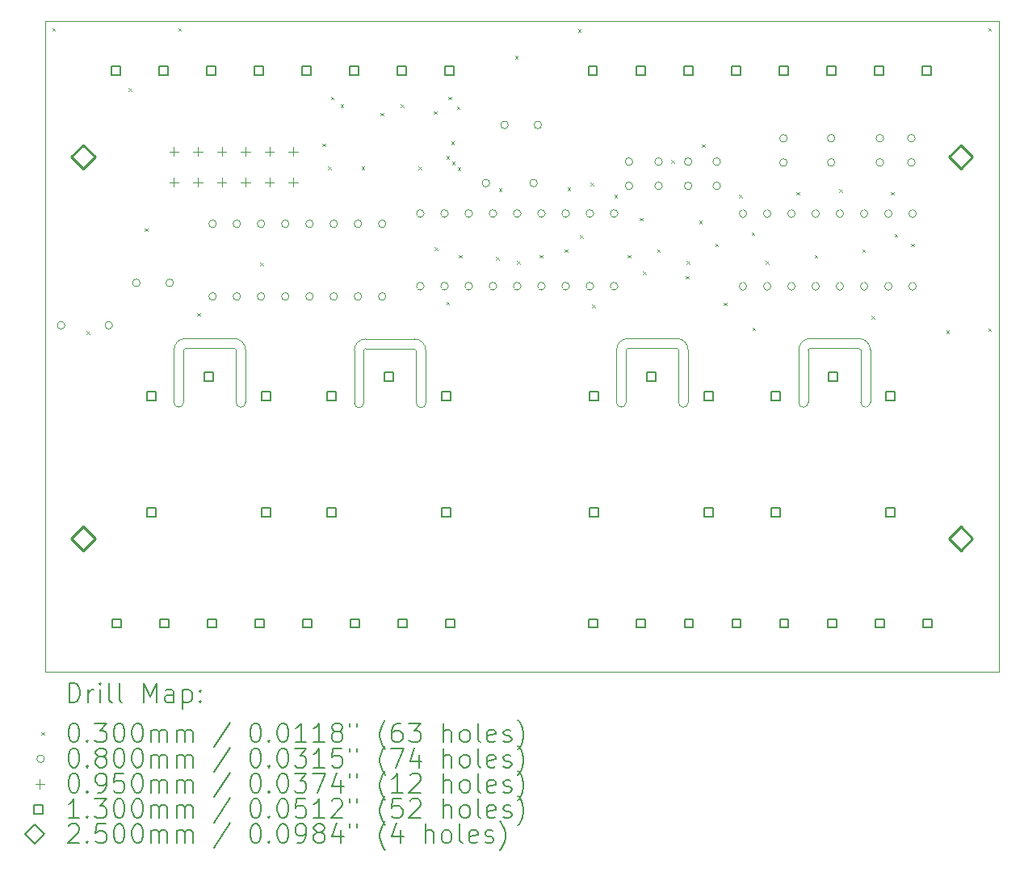
<source format=gbr>
%TF.GenerationSoftware,KiCad,Pcbnew,8.0.5*%
%TF.CreationDate,2025-03-13T20:37:12+01:00*%
%TF.ProjectId,esp32_blinds_controller,65737033-325f-4626-9c69-6e64735f636f,V0.2*%
%TF.SameCoordinates,Original*%
%TF.FileFunction,Drillmap*%
%TF.FilePolarity,Positive*%
%FSLAX45Y45*%
G04 Gerber Fmt 4.5, Leading zero omitted, Abs format (unit mm)*
G04 Created by KiCad (PCBNEW 8.0.5) date 2025-03-13 20:37:12*
%MOMM*%
%LPD*%
G01*
G04 APERTURE LIST*
%ADD10C,0.050000*%
%ADD11C,0.120000*%
%ADD12C,0.200000*%
%ADD13C,0.100000*%
%ADD14C,0.130000*%
%ADD15C,0.250000*%
G04 APERTURE END LIST*
D10*
X13990000Y-9644853D02*
G75*
G02*
X14109997Y-9764853I0J-119997D01*
G01*
X16740000Y-9640000D02*
G75*
G02*
X16860000Y-9760000I0J-120000D01*
G01*
X16860000Y-10310000D02*
G75*
G02*
X16760000Y-10310000I-50000J0D01*
G01*
X18770000Y-10310000D02*
X18770000Y-9760000D01*
X16110000Y-10310000D02*
X16110000Y-9760000D01*
X13460000Y-10314853D02*
X13460000Y-9764853D01*
X12220000Y-10310000D02*
G75*
G02*
X12120000Y-10310000I-50000J0D01*
G01*
X12220000Y-10310000D02*
X12220000Y-9760000D01*
X13480000Y-9644853D02*
X13990000Y-9644853D01*
X16230000Y-9740000D02*
X16740000Y-9740000D01*
X14110000Y-10314853D02*
X14110000Y-9764853D01*
X18120000Y-10310000D02*
G75*
G02*
X18020000Y-10310000I-50000J0D01*
G01*
X12100000Y-9640000D02*
G75*
G02*
X12220000Y-9760000I0J-120000D01*
G01*
X18140000Y-9740000D02*
X18650000Y-9740000D01*
X16210000Y-9760000D02*
G75*
G02*
X16230000Y-9740000I20000J0D01*
G01*
X13360000Y-9764853D02*
G75*
G02*
X13480000Y-9644850I120000J3D01*
G01*
X12120000Y-10310000D02*
X12120000Y-9760000D01*
X18770000Y-10310000D02*
G75*
G02*
X18670000Y-10310000I-50000J0D01*
G01*
X11590000Y-9740000D02*
X12100000Y-9740000D01*
X11570000Y-10310000D02*
X11570000Y-9760000D01*
X16740000Y-9740000D02*
G75*
G02*
X16760000Y-9760000I0J-20000D01*
G01*
X14110000Y-10314853D02*
G75*
G02*
X14010000Y-10314853I-50000J0D01*
G01*
X18670000Y-10310000D02*
X18670000Y-9760000D01*
X18020000Y-9760000D02*
G75*
G02*
X18140000Y-9640000I120000J0D01*
G01*
X13480000Y-9744853D02*
X13990000Y-9744853D01*
X18120000Y-9760000D02*
G75*
G02*
X18140000Y-9740000I20000J0D01*
G01*
X18650000Y-9740000D02*
G75*
G02*
X18670000Y-9760000I0J-20000D01*
G01*
X16210000Y-10310000D02*
G75*
G02*
X16110000Y-10310000I-50000J0D01*
G01*
X13990000Y-9744853D02*
G75*
G02*
X14009997Y-9764853I0J-19997D01*
G01*
X11570000Y-10310000D02*
G75*
G02*
X11470000Y-10310000I-50000J0D01*
G01*
X18650000Y-9640000D02*
G75*
G02*
X18770000Y-9760000I0J-120000D01*
G01*
X18020000Y-10310000D02*
X18020000Y-9760000D01*
X16210000Y-10310000D02*
X16210000Y-9760000D01*
X13460000Y-9764853D02*
G75*
G02*
X13480000Y-9744850I20000J3D01*
G01*
X11590000Y-9640000D02*
X12100000Y-9640000D01*
X12100000Y-9740000D02*
G75*
G02*
X12120000Y-9760000I0J-20000D01*
G01*
X14010000Y-10314853D02*
X14010000Y-9764853D01*
X18120000Y-10310000D02*
X18120000Y-9760000D01*
X11470000Y-10310000D02*
X11470000Y-9760000D01*
X16860000Y-10310000D02*
X16860000Y-9760000D01*
X16230000Y-9640000D02*
X16740000Y-9640000D01*
X16760000Y-10310000D02*
X16760000Y-9760000D01*
X16110000Y-9760000D02*
G75*
G02*
X16230000Y-9640000I120000J0D01*
G01*
X13460000Y-10314853D02*
G75*
G02*
X13360000Y-10314853I-50000J0D01*
G01*
X18140000Y-9640000D02*
X18650000Y-9640000D01*
X11570000Y-9760000D02*
G75*
G02*
X11590000Y-9740000I20000J0D01*
G01*
X11470000Y-9760000D02*
G75*
G02*
X11590000Y-9640000I120000J0D01*
G01*
X13360000Y-10314853D02*
X13360000Y-9764853D01*
D11*
X10117500Y-6312000D02*
X10117500Y-13137000D01*
X10117500Y-13137000D02*
X20117500Y-13137000D01*
X20117500Y-6312000D02*
X10117500Y-6312000D01*
X20117500Y-13137000D02*
X20117500Y-6312000D01*
D12*
D13*
X10195000Y-6385000D02*
X10225000Y-6415000D01*
X10225000Y-6385000D02*
X10195000Y-6415000D01*
X10555000Y-9565000D02*
X10585000Y-9595000D01*
X10585000Y-9565000D02*
X10555000Y-9595000D01*
X10995000Y-7015000D02*
X11025000Y-7045000D01*
X11025000Y-7015000D02*
X10995000Y-7045000D01*
X11165000Y-8485000D02*
X11195000Y-8515000D01*
X11195000Y-8485000D02*
X11165000Y-8515000D01*
X11515000Y-6385000D02*
X11545000Y-6415000D01*
X11545000Y-6385000D02*
X11515000Y-6415000D01*
X11715000Y-9375000D02*
X11745000Y-9405000D01*
X11745000Y-9375000D02*
X11715000Y-9405000D01*
X12375000Y-8842500D02*
X12405000Y-8872500D01*
X12405000Y-8842500D02*
X12375000Y-8872500D01*
X13025000Y-7595000D02*
X13055000Y-7625000D01*
X13055000Y-7595000D02*
X13025000Y-7625000D01*
X13085000Y-7835000D02*
X13115000Y-7865000D01*
X13115000Y-7835000D02*
X13085000Y-7865000D01*
X13115000Y-7105000D02*
X13145000Y-7135000D01*
X13145000Y-7105000D02*
X13115000Y-7135000D01*
X13215000Y-7185000D02*
X13245000Y-7215000D01*
X13245000Y-7185000D02*
X13215000Y-7215000D01*
X13435000Y-7835000D02*
X13465000Y-7865000D01*
X13465000Y-7835000D02*
X13435000Y-7865000D01*
X13635000Y-7275000D02*
X13665000Y-7305000D01*
X13665000Y-7275000D02*
X13635000Y-7305000D01*
X13845600Y-7185000D02*
X13875600Y-7215000D01*
X13875600Y-7185000D02*
X13845600Y-7215000D01*
X14035000Y-7835000D02*
X14065000Y-7865000D01*
X14065000Y-7835000D02*
X14035000Y-7865000D01*
X14195000Y-7255000D02*
X14225000Y-7285000D01*
X14225000Y-7255000D02*
X14195000Y-7285000D01*
X14205000Y-8682500D02*
X14235000Y-8712500D01*
X14235000Y-8682500D02*
X14205000Y-8712500D01*
X14325000Y-7725000D02*
X14355000Y-7755000D01*
X14355000Y-7725000D02*
X14325000Y-7755000D01*
X14325000Y-9255000D02*
X14355000Y-9285000D01*
X14355000Y-9255000D02*
X14325000Y-9285000D01*
X14345600Y-7105000D02*
X14375600Y-7135000D01*
X14375600Y-7105000D02*
X14345600Y-7135000D01*
X14375000Y-7575000D02*
X14405000Y-7605000D01*
X14405000Y-7575000D02*
X14375000Y-7605000D01*
X14385000Y-7785000D02*
X14415000Y-7815000D01*
X14415000Y-7785000D02*
X14385000Y-7815000D01*
X14435000Y-7205000D02*
X14465000Y-7235000D01*
X14465000Y-7205000D02*
X14435000Y-7235000D01*
X14445000Y-7845000D02*
X14475000Y-7875000D01*
X14475000Y-7845000D02*
X14445000Y-7875000D01*
X14455000Y-8762500D02*
X14485000Y-8792500D01*
X14485000Y-8762500D02*
X14455000Y-8792500D01*
X14845000Y-8785000D02*
X14875000Y-8815000D01*
X14875000Y-8785000D02*
X14845000Y-8815000D01*
X14875000Y-8065000D02*
X14905000Y-8095000D01*
X14905000Y-8065000D02*
X14875000Y-8095000D01*
X15045000Y-6675000D02*
X15075000Y-6705000D01*
X15075000Y-6675000D02*
X15045000Y-6705000D01*
X15065000Y-8825000D02*
X15095000Y-8855000D01*
X15095000Y-8825000D02*
X15065000Y-8855000D01*
X15305000Y-8765000D02*
X15335000Y-8795000D01*
X15335000Y-8765000D02*
X15305000Y-8795000D01*
X15565000Y-8705000D02*
X15595000Y-8735000D01*
X15595000Y-8705000D02*
X15565000Y-8735000D01*
X15595000Y-8055000D02*
X15625000Y-8085000D01*
X15625000Y-8055000D02*
X15595000Y-8085000D01*
X15705000Y-6395000D02*
X15735000Y-6425000D01*
X15735000Y-6395000D02*
X15705000Y-6425000D01*
X15725000Y-8555000D02*
X15755000Y-8585000D01*
X15755000Y-8555000D02*
X15725000Y-8585000D01*
X15835000Y-8005000D02*
X15865000Y-8035000D01*
X15865000Y-8005000D02*
X15835000Y-8035000D01*
X15855000Y-9285000D02*
X15885000Y-9315000D01*
X15885000Y-9285000D02*
X15855000Y-9315000D01*
X16085000Y-8135000D02*
X16115000Y-8165000D01*
X16115000Y-8135000D02*
X16085000Y-8165000D01*
X16225000Y-8765000D02*
X16255000Y-8795000D01*
X16255000Y-8765000D02*
X16225000Y-8795000D01*
X16355000Y-8375000D02*
X16385000Y-8405000D01*
X16385000Y-8375000D02*
X16355000Y-8405000D01*
X16385000Y-8935000D02*
X16415000Y-8965000D01*
X16415000Y-8935000D02*
X16385000Y-8965000D01*
X16535000Y-8705000D02*
X16565000Y-8735000D01*
X16565000Y-8705000D02*
X16535000Y-8735000D01*
X16685000Y-7770500D02*
X16715000Y-7800500D01*
X16715000Y-7770500D02*
X16685000Y-7800500D01*
X16835000Y-8985000D02*
X16865000Y-9015000D01*
X16865000Y-8985000D02*
X16835000Y-9015000D01*
X16845000Y-8825000D02*
X16875000Y-8855000D01*
X16875000Y-8825000D02*
X16845000Y-8855000D01*
X16975000Y-8405000D02*
X17005000Y-8435000D01*
X17005000Y-8405000D02*
X16975000Y-8435000D01*
X17005000Y-7605000D02*
X17035000Y-7635000D01*
X17035000Y-7605000D02*
X17005000Y-7635000D01*
X17145000Y-8645000D02*
X17175000Y-8675000D01*
X17175000Y-8645000D02*
X17145000Y-8675000D01*
X17235000Y-9265000D02*
X17265000Y-9295000D01*
X17265000Y-9265000D02*
X17235000Y-9295000D01*
X17395000Y-8135000D02*
X17425000Y-8165000D01*
X17425000Y-8135000D02*
X17395000Y-8165000D01*
X17525000Y-8525000D02*
X17555000Y-8555000D01*
X17555000Y-8525000D02*
X17525000Y-8555000D01*
X17535000Y-9525000D02*
X17565000Y-9555000D01*
X17565000Y-9525000D02*
X17535000Y-9555000D01*
X17675000Y-8825000D02*
X17705000Y-8855000D01*
X17705000Y-8825000D02*
X17675000Y-8855000D01*
X17995000Y-8105000D02*
X18025000Y-8135000D01*
X18025000Y-8105000D02*
X17995000Y-8135000D01*
X18185000Y-8765000D02*
X18215000Y-8795000D01*
X18215000Y-8765000D02*
X18185000Y-8795000D01*
X18445000Y-8075000D02*
X18475000Y-8105000D01*
X18475000Y-8075000D02*
X18445000Y-8105000D01*
X18685000Y-8705000D02*
X18715000Y-8735000D01*
X18715000Y-8705000D02*
X18685000Y-8735000D01*
X18785000Y-9405000D02*
X18815000Y-9435000D01*
X18815000Y-9405000D02*
X18785000Y-9435000D01*
X18985000Y-8105000D02*
X19015000Y-8135000D01*
X19015000Y-8105000D02*
X18985000Y-8135000D01*
X19025000Y-8545000D02*
X19055000Y-8575000D01*
X19055000Y-8545000D02*
X19025000Y-8575000D01*
X19199000Y-8645000D02*
X19229000Y-8675000D01*
X19229000Y-8645000D02*
X19199000Y-8675000D01*
X19565000Y-9555000D02*
X19595000Y-9585000D01*
X19595000Y-9555000D02*
X19565000Y-9585000D01*
X20005000Y-6385000D02*
X20035000Y-6415000D01*
X20035000Y-6385000D02*
X20005000Y-6415000D01*
X20005000Y-9535000D02*
X20035000Y-9565000D01*
X20035000Y-9535000D02*
X20005000Y-9565000D01*
X10326000Y-9501500D02*
G75*
G02*
X10246000Y-9501500I-40000J0D01*
G01*
X10246000Y-9501500D02*
G75*
G02*
X10326000Y-9501500I40000J0D01*
G01*
X10826000Y-9501500D02*
G75*
G02*
X10746000Y-9501500I-40000J0D01*
G01*
X10746000Y-9501500D02*
G75*
G02*
X10826000Y-9501500I40000J0D01*
G01*
X11115000Y-9057000D02*
G75*
G02*
X11035000Y-9057000I-40000J0D01*
G01*
X11035000Y-9057000D02*
G75*
G02*
X11115000Y-9057000I40000J0D01*
G01*
X11465000Y-9057000D02*
G75*
G02*
X11385000Y-9057000I-40000J0D01*
G01*
X11385000Y-9057000D02*
G75*
G02*
X11465000Y-9057000I40000J0D01*
G01*
X11914500Y-8437500D02*
G75*
G02*
X11834500Y-8437500I-40000J0D01*
G01*
X11834500Y-8437500D02*
G75*
G02*
X11914500Y-8437500I40000J0D01*
G01*
X11914500Y-9199500D02*
G75*
G02*
X11834500Y-9199500I-40000J0D01*
G01*
X11834500Y-9199500D02*
G75*
G02*
X11914500Y-9199500I40000J0D01*
G01*
X12168500Y-8437500D02*
G75*
G02*
X12088500Y-8437500I-40000J0D01*
G01*
X12088500Y-8437500D02*
G75*
G02*
X12168500Y-8437500I40000J0D01*
G01*
X12168500Y-9199500D02*
G75*
G02*
X12088500Y-9199500I-40000J0D01*
G01*
X12088500Y-9199500D02*
G75*
G02*
X12168500Y-9199500I40000J0D01*
G01*
X12422500Y-8437500D02*
G75*
G02*
X12342500Y-8437500I-40000J0D01*
G01*
X12342500Y-8437500D02*
G75*
G02*
X12422500Y-8437500I40000J0D01*
G01*
X12422500Y-9199500D02*
G75*
G02*
X12342500Y-9199500I-40000J0D01*
G01*
X12342500Y-9199500D02*
G75*
G02*
X12422500Y-9199500I40000J0D01*
G01*
X12676500Y-8437500D02*
G75*
G02*
X12596500Y-8437500I-40000J0D01*
G01*
X12596500Y-8437500D02*
G75*
G02*
X12676500Y-8437500I40000J0D01*
G01*
X12676500Y-9199500D02*
G75*
G02*
X12596500Y-9199500I-40000J0D01*
G01*
X12596500Y-9199500D02*
G75*
G02*
X12676500Y-9199500I40000J0D01*
G01*
X12930500Y-8437500D02*
G75*
G02*
X12850500Y-8437500I-40000J0D01*
G01*
X12850500Y-8437500D02*
G75*
G02*
X12930500Y-8437500I40000J0D01*
G01*
X12930500Y-9199500D02*
G75*
G02*
X12850500Y-9199500I-40000J0D01*
G01*
X12850500Y-9199500D02*
G75*
G02*
X12930500Y-9199500I40000J0D01*
G01*
X13184500Y-8437500D02*
G75*
G02*
X13104500Y-8437500I-40000J0D01*
G01*
X13104500Y-8437500D02*
G75*
G02*
X13184500Y-8437500I40000J0D01*
G01*
X13184500Y-9199500D02*
G75*
G02*
X13104500Y-9199500I-40000J0D01*
G01*
X13104500Y-9199500D02*
G75*
G02*
X13184500Y-9199500I40000J0D01*
G01*
X13438500Y-8437500D02*
G75*
G02*
X13358500Y-8437500I-40000J0D01*
G01*
X13358500Y-8437500D02*
G75*
G02*
X13438500Y-8437500I40000J0D01*
G01*
X13438500Y-9199500D02*
G75*
G02*
X13358500Y-9199500I-40000J0D01*
G01*
X13358500Y-9199500D02*
G75*
G02*
X13438500Y-9199500I40000J0D01*
G01*
X13692500Y-8437500D02*
G75*
G02*
X13612500Y-8437500I-40000J0D01*
G01*
X13612500Y-8437500D02*
G75*
G02*
X13692500Y-8437500I40000J0D01*
G01*
X13692500Y-9199500D02*
G75*
G02*
X13612500Y-9199500I-40000J0D01*
G01*
X13612500Y-9199500D02*
G75*
G02*
X13692500Y-9199500I40000J0D01*
G01*
X14092000Y-8328500D02*
G75*
G02*
X14012000Y-8328500I-40000J0D01*
G01*
X14012000Y-8328500D02*
G75*
G02*
X14092000Y-8328500I40000J0D01*
G01*
X14092000Y-9090500D02*
G75*
G02*
X14012000Y-9090500I-40000J0D01*
G01*
X14012000Y-9090500D02*
G75*
G02*
X14092000Y-9090500I40000J0D01*
G01*
X14346000Y-8328500D02*
G75*
G02*
X14266000Y-8328500I-40000J0D01*
G01*
X14266000Y-8328500D02*
G75*
G02*
X14346000Y-8328500I40000J0D01*
G01*
X14346000Y-9090500D02*
G75*
G02*
X14266000Y-9090500I-40000J0D01*
G01*
X14266000Y-9090500D02*
G75*
G02*
X14346000Y-9090500I40000J0D01*
G01*
X14600000Y-8328500D02*
G75*
G02*
X14520000Y-8328500I-40000J0D01*
G01*
X14520000Y-8328500D02*
G75*
G02*
X14600000Y-8328500I40000J0D01*
G01*
X14600000Y-9090500D02*
G75*
G02*
X14520000Y-9090500I-40000J0D01*
G01*
X14520000Y-9090500D02*
G75*
G02*
X14600000Y-9090500I40000J0D01*
G01*
X14780000Y-8010000D02*
G75*
G02*
X14700000Y-8010000I-40000J0D01*
G01*
X14700000Y-8010000D02*
G75*
G02*
X14780000Y-8010000I40000J0D01*
G01*
X14854000Y-8328500D02*
G75*
G02*
X14774000Y-8328500I-40000J0D01*
G01*
X14774000Y-8328500D02*
G75*
G02*
X14854000Y-8328500I40000J0D01*
G01*
X14854000Y-9090500D02*
G75*
G02*
X14774000Y-9090500I-40000J0D01*
G01*
X14774000Y-9090500D02*
G75*
G02*
X14854000Y-9090500I40000J0D01*
G01*
X14974735Y-7400000D02*
G75*
G02*
X14894735Y-7400000I-40000J0D01*
G01*
X14894735Y-7400000D02*
G75*
G02*
X14974735Y-7400000I40000J0D01*
G01*
X15108000Y-8328500D02*
G75*
G02*
X15028000Y-8328500I-40000J0D01*
G01*
X15028000Y-8328500D02*
G75*
G02*
X15108000Y-8328500I40000J0D01*
G01*
X15108000Y-9090500D02*
G75*
G02*
X15028000Y-9090500I-40000J0D01*
G01*
X15028000Y-9090500D02*
G75*
G02*
X15108000Y-9090500I40000J0D01*
G01*
X15280000Y-8010000D02*
G75*
G02*
X15200000Y-8010000I-40000J0D01*
G01*
X15200000Y-8010000D02*
G75*
G02*
X15280000Y-8010000I40000J0D01*
G01*
X15324735Y-7400000D02*
G75*
G02*
X15244735Y-7400000I-40000J0D01*
G01*
X15244735Y-7400000D02*
G75*
G02*
X15324735Y-7400000I40000J0D01*
G01*
X15362000Y-8328500D02*
G75*
G02*
X15282000Y-8328500I-40000J0D01*
G01*
X15282000Y-8328500D02*
G75*
G02*
X15362000Y-8328500I40000J0D01*
G01*
X15362000Y-9090500D02*
G75*
G02*
X15282000Y-9090500I-40000J0D01*
G01*
X15282000Y-9090500D02*
G75*
G02*
X15362000Y-9090500I40000J0D01*
G01*
X15616000Y-8328500D02*
G75*
G02*
X15536000Y-8328500I-40000J0D01*
G01*
X15536000Y-8328500D02*
G75*
G02*
X15616000Y-8328500I40000J0D01*
G01*
X15616000Y-9090500D02*
G75*
G02*
X15536000Y-9090500I-40000J0D01*
G01*
X15536000Y-9090500D02*
G75*
G02*
X15616000Y-9090500I40000J0D01*
G01*
X15870000Y-8328500D02*
G75*
G02*
X15790000Y-8328500I-40000J0D01*
G01*
X15790000Y-8328500D02*
G75*
G02*
X15870000Y-8328500I40000J0D01*
G01*
X15870000Y-9090500D02*
G75*
G02*
X15790000Y-9090500I-40000J0D01*
G01*
X15790000Y-9090500D02*
G75*
G02*
X15870000Y-9090500I40000J0D01*
G01*
X16124000Y-8328500D02*
G75*
G02*
X16044000Y-8328500I-40000J0D01*
G01*
X16044000Y-8328500D02*
G75*
G02*
X16124000Y-8328500I40000J0D01*
G01*
X16124000Y-9090500D02*
G75*
G02*
X16044000Y-9090500I-40000J0D01*
G01*
X16044000Y-9090500D02*
G75*
G02*
X16124000Y-9090500I40000J0D01*
G01*
X16280000Y-7785500D02*
G75*
G02*
X16200000Y-7785500I-40000J0D01*
G01*
X16200000Y-7785500D02*
G75*
G02*
X16280000Y-7785500I40000J0D01*
G01*
X16280000Y-8039500D02*
G75*
G02*
X16200000Y-8039500I-40000J0D01*
G01*
X16200000Y-8039500D02*
G75*
G02*
X16280000Y-8039500I40000J0D01*
G01*
X16590000Y-7785500D02*
G75*
G02*
X16510000Y-7785500I-40000J0D01*
G01*
X16510000Y-7785500D02*
G75*
G02*
X16590000Y-7785500I40000J0D01*
G01*
X16590000Y-8039500D02*
G75*
G02*
X16510000Y-8039500I-40000J0D01*
G01*
X16510000Y-8039500D02*
G75*
G02*
X16590000Y-8039500I40000J0D01*
G01*
X16900000Y-7785500D02*
G75*
G02*
X16820000Y-7785500I-40000J0D01*
G01*
X16820000Y-7785500D02*
G75*
G02*
X16900000Y-7785500I40000J0D01*
G01*
X16900000Y-8039500D02*
G75*
G02*
X16820000Y-8039500I-40000J0D01*
G01*
X16820000Y-8039500D02*
G75*
G02*
X16900000Y-8039500I40000J0D01*
G01*
X17200000Y-7785500D02*
G75*
G02*
X17120000Y-7785500I-40000J0D01*
G01*
X17120000Y-7785500D02*
G75*
G02*
X17200000Y-7785500I40000J0D01*
G01*
X17200000Y-8039500D02*
G75*
G02*
X17120000Y-8039500I-40000J0D01*
G01*
X17120000Y-8039500D02*
G75*
G02*
X17200000Y-8039500I40000J0D01*
G01*
X17476000Y-8330000D02*
G75*
G02*
X17396000Y-8330000I-40000J0D01*
G01*
X17396000Y-8330000D02*
G75*
G02*
X17476000Y-8330000I40000J0D01*
G01*
X17476000Y-9092000D02*
G75*
G02*
X17396000Y-9092000I-40000J0D01*
G01*
X17396000Y-9092000D02*
G75*
G02*
X17476000Y-9092000I40000J0D01*
G01*
X17730000Y-8330000D02*
G75*
G02*
X17650000Y-8330000I-40000J0D01*
G01*
X17650000Y-8330000D02*
G75*
G02*
X17730000Y-8330000I40000J0D01*
G01*
X17730000Y-9092000D02*
G75*
G02*
X17650000Y-9092000I-40000J0D01*
G01*
X17650000Y-9092000D02*
G75*
G02*
X17730000Y-9092000I40000J0D01*
G01*
X17900000Y-7540500D02*
G75*
G02*
X17820000Y-7540500I-40000J0D01*
G01*
X17820000Y-7540500D02*
G75*
G02*
X17900000Y-7540500I40000J0D01*
G01*
X17900000Y-7794500D02*
G75*
G02*
X17820000Y-7794500I-40000J0D01*
G01*
X17820000Y-7794500D02*
G75*
G02*
X17900000Y-7794500I40000J0D01*
G01*
X17984000Y-8330000D02*
G75*
G02*
X17904000Y-8330000I-40000J0D01*
G01*
X17904000Y-8330000D02*
G75*
G02*
X17984000Y-8330000I40000J0D01*
G01*
X17984000Y-9092000D02*
G75*
G02*
X17904000Y-9092000I-40000J0D01*
G01*
X17904000Y-9092000D02*
G75*
G02*
X17984000Y-9092000I40000J0D01*
G01*
X18238000Y-8330000D02*
G75*
G02*
X18158000Y-8330000I-40000J0D01*
G01*
X18158000Y-8330000D02*
G75*
G02*
X18238000Y-8330000I40000J0D01*
G01*
X18238000Y-9092000D02*
G75*
G02*
X18158000Y-9092000I-40000J0D01*
G01*
X18158000Y-9092000D02*
G75*
G02*
X18238000Y-9092000I40000J0D01*
G01*
X18400000Y-7540000D02*
G75*
G02*
X18320000Y-7540000I-40000J0D01*
G01*
X18320000Y-7540000D02*
G75*
G02*
X18400000Y-7540000I40000J0D01*
G01*
X18400000Y-7794000D02*
G75*
G02*
X18320000Y-7794000I-40000J0D01*
G01*
X18320000Y-7794000D02*
G75*
G02*
X18400000Y-7794000I40000J0D01*
G01*
X18492000Y-8330000D02*
G75*
G02*
X18412000Y-8330000I-40000J0D01*
G01*
X18412000Y-8330000D02*
G75*
G02*
X18492000Y-8330000I40000J0D01*
G01*
X18492000Y-9092000D02*
G75*
G02*
X18412000Y-9092000I-40000J0D01*
G01*
X18412000Y-9092000D02*
G75*
G02*
X18492000Y-9092000I40000J0D01*
G01*
X18746000Y-8330000D02*
G75*
G02*
X18666000Y-8330000I-40000J0D01*
G01*
X18666000Y-8330000D02*
G75*
G02*
X18746000Y-8330000I40000J0D01*
G01*
X18746000Y-9092000D02*
G75*
G02*
X18666000Y-9092000I-40000J0D01*
G01*
X18666000Y-9092000D02*
G75*
G02*
X18746000Y-9092000I40000J0D01*
G01*
X18910000Y-7540000D02*
G75*
G02*
X18830000Y-7540000I-40000J0D01*
G01*
X18830000Y-7540000D02*
G75*
G02*
X18910000Y-7540000I40000J0D01*
G01*
X18910000Y-7794000D02*
G75*
G02*
X18830000Y-7794000I-40000J0D01*
G01*
X18830000Y-7794000D02*
G75*
G02*
X18910000Y-7794000I40000J0D01*
G01*
X19000000Y-8330000D02*
G75*
G02*
X18920000Y-8330000I-40000J0D01*
G01*
X18920000Y-8330000D02*
G75*
G02*
X19000000Y-8330000I40000J0D01*
G01*
X19000000Y-9092000D02*
G75*
G02*
X18920000Y-9092000I-40000J0D01*
G01*
X18920000Y-9092000D02*
G75*
G02*
X19000000Y-9092000I40000J0D01*
G01*
X19240000Y-7540000D02*
G75*
G02*
X19160000Y-7540000I-40000J0D01*
G01*
X19160000Y-7540000D02*
G75*
G02*
X19240000Y-7540000I40000J0D01*
G01*
X19240000Y-7794000D02*
G75*
G02*
X19160000Y-7794000I-40000J0D01*
G01*
X19160000Y-7794000D02*
G75*
G02*
X19240000Y-7794000I40000J0D01*
G01*
X19254000Y-8330000D02*
G75*
G02*
X19174000Y-8330000I-40000J0D01*
G01*
X19174000Y-8330000D02*
G75*
G02*
X19254000Y-8330000I40000J0D01*
G01*
X19254000Y-9092000D02*
G75*
G02*
X19174000Y-9092000I-40000J0D01*
G01*
X19174000Y-9092000D02*
G75*
G02*
X19254000Y-9092000I40000J0D01*
G01*
X11470000Y-7632500D02*
X11470000Y-7727500D01*
X11422500Y-7680000D02*
X11517500Y-7680000D01*
X11470000Y-7952500D02*
X11470000Y-8047500D01*
X11422500Y-8000000D02*
X11517500Y-8000000D01*
X11720000Y-7632500D02*
X11720000Y-7727500D01*
X11672500Y-7680000D02*
X11767500Y-7680000D01*
X11720000Y-7952500D02*
X11720000Y-8047500D01*
X11672500Y-8000000D02*
X11767500Y-8000000D01*
X11970000Y-7632500D02*
X11970000Y-7727500D01*
X11922500Y-7680000D02*
X12017500Y-7680000D01*
X11970000Y-7952500D02*
X11970000Y-8047500D01*
X11922500Y-8000000D02*
X12017500Y-8000000D01*
X12220000Y-7632500D02*
X12220000Y-7727500D01*
X12172500Y-7680000D02*
X12267500Y-7680000D01*
X12220000Y-7952500D02*
X12220000Y-8047500D01*
X12172500Y-8000000D02*
X12267500Y-8000000D01*
X12470000Y-7632500D02*
X12470000Y-7727500D01*
X12422500Y-7680000D02*
X12517500Y-7680000D01*
X12470000Y-7952500D02*
X12470000Y-8047500D01*
X12422500Y-8000000D02*
X12517500Y-8000000D01*
X12720000Y-7632500D02*
X12720000Y-7727500D01*
X12672500Y-7680000D02*
X12767500Y-7680000D01*
X12720000Y-7952500D02*
X12720000Y-8047500D01*
X12672500Y-8000000D02*
X12767500Y-8000000D01*
D14*
X10906562Y-6878462D02*
X10906562Y-6786538D01*
X10814638Y-6786538D01*
X10814638Y-6878462D01*
X10906562Y-6878462D01*
X10913462Y-12672962D02*
X10913462Y-12581038D01*
X10821538Y-12581038D01*
X10821538Y-12672962D01*
X10913462Y-12672962D01*
X11280962Y-10285962D02*
X11280962Y-10194038D01*
X11189038Y-10194038D01*
X11189038Y-10285962D01*
X11280962Y-10285962D01*
X11280962Y-11505962D02*
X11280962Y-11414038D01*
X11189038Y-11414038D01*
X11189038Y-11505962D01*
X11280962Y-11505962D01*
X11406562Y-6878462D02*
X11406562Y-6786538D01*
X11314638Y-6786538D01*
X11314638Y-6878462D01*
X11406562Y-6878462D01*
X11413462Y-12672962D02*
X11413462Y-12581038D01*
X11321538Y-12581038D01*
X11321538Y-12672962D01*
X11413462Y-12672962D01*
X11880962Y-10085962D02*
X11880962Y-9994038D01*
X11789038Y-9994038D01*
X11789038Y-10085962D01*
X11880962Y-10085962D01*
X11906562Y-6878462D02*
X11906562Y-6786538D01*
X11814638Y-6786538D01*
X11814638Y-6878462D01*
X11906562Y-6878462D01*
X11913462Y-12672962D02*
X11913462Y-12581038D01*
X11821538Y-12581038D01*
X11821538Y-12672962D01*
X11913462Y-12672962D01*
X12406562Y-6878462D02*
X12406562Y-6786538D01*
X12314638Y-6786538D01*
X12314638Y-6878462D01*
X12406562Y-6878462D01*
X12413462Y-12672962D02*
X12413462Y-12581038D01*
X12321538Y-12581038D01*
X12321538Y-12672962D01*
X12413462Y-12672962D01*
X12480962Y-10285962D02*
X12480962Y-10194038D01*
X12389038Y-10194038D01*
X12389038Y-10285962D01*
X12480962Y-10285962D01*
X12480962Y-11505962D02*
X12480962Y-11414038D01*
X12389038Y-11414038D01*
X12389038Y-11505962D01*
X12480962Y-11505962D01*
X12906562Y-6878462D02*
X12906562Y-6786538D01*
X12814638Y-6786538D01*
X12814638Y-6878462D01*
X12906562Y-6878462D01*
X12913462Y-12672962D02*
X12913462Y-12581038D01*
X12821538Y-12581038D01*
X12821538Y-12672962D01*
X12913462Y-12672962D01*
X13170962Y-10285962D02*
X13170962Y-10194038D01*
X13079038Y-10194038D01*
X13079038Y-10285962D01*
X13170962Y-10285962D01*
X13170962Y-11505962D02*
X13170962Y-11414038D01*
X13079038Y-11414038D01*
X13079038Y-11505962D01*
X13170962Y-11505962D01*
X13406562Y-6878462D02*
X13406562Y-6786538D01*
X13314638Y-6786538D01*
X13314638Y-6878462D01*
X13406562Y-6878462D01*
X13413462Y-12672962D02*
X13413462Y-12581038D01*
X13321538Y-12581038D01*
X13321538Y-12672962D01*
X13413462Y-12672962D01*
X13770962Y-10085962D02*
X13770962Y-9994038D01*
X13679038Y-9994038D01*
X13679038Y-10085962D01*
X13770962Y-10085962D01*
X13906562Y-6878462D02*
X13906562Y-6786538D01*
X13814638Y-6786538D01*
X13814638Y-6878462D01*
X13906562Y-6878462D01*
X13913462Y-12672962D02*
X13913462Y-12581038D01*
X13821538Y-12581038D01*
X13821538Y-12672962D01*
X13913462Y-12672962D01*
X14370962Y-10285962D02*
X14370962Y-10194038D01*
X14279038Y-10194038D01*
X14279038Y-10285962D01*
X14370962Y-10285962D01*
X14370962Y-11505962D02*
X14370962Y-11414038D01*
X14279038Y-11414038D01*
X14279038Y-11505962D01*
X14370962Y-11505962D01*
X14406562Y-6878462D02*
X14406562Y-6786538D01*
X14314638Y-6786538D01*
X14314638Y-6878462D01*
X14406562Y-6878462D01*
X14413462Y-12672962D02*
X14413462Y-12581038D01*
X14321538Y-12581038D01*
X14321538Y-12672962D01*
X14413462Y-12672962D01*
X15906562Y-6878462D02*
X15906562Y-6786538D01*
X15814638Y-6786538D01*
X15814638Y-6878462D01*
X15906562Y-6878462D01*
X15913462Y-12672962D02*
X15913462Y-12581038D01*
X15821538Y-12581038D01*
X15821538Y-12672962D01*
X15913462Y-12672962D01*
X15920962Y-10285962D02*
X15920962Y-10194038D01*
X15829038Y-10194038D01*
X15829038Y-10285962D01*
X15920962Y-10285962D01*
X15920962Y-11505962D02*
X15920962Y-11414038D01*
X15829038Y-11414038D01*
X15829038Y-11505962D01*
X15920962Y-11505962D01*
X16406562Y-6878462D02*
X16406562Y-6786538D01*
X16314638Y-6786538D01*
X16314638Y-6878462D01*
X16406562Y-6878462D01*
X16413462Y-12672962D02*
X16413462Y-12581038D01*
X16321538Y-12581038D01*
X16321538Y-12672962D01*
X16413462Y-12672962D01*
X16520962Y-10085962D02*
X16520962Y-9994038D01*
X16429038Y-9994038D01*
X16429038Y-10085962D01*
X16520962Y-10085962D01*
X16906562Y-6878462D02*
X16906562Y-6786538D01*
X16814638Y-6786538D01*
X16814638Y-6878462D01*
X16906562Y-6878462D01*
X16913462Y-12672962D02*
X16913462Y-12581038D01*
X16821538Y-12581038D01*
X16821538Y-12672962D01*
X16913462Y-12672962D01*
X17120962Y-10285962D02*
X17120962Y-10194038D01*
X17029038Y-10194038D01*
X17029038Y-10285962D01*
X17120962Y-10285962D01*
X17120962Y-11505962D02*
X17120962Y-11414038D01*
X17029038Y-11414038D01*
X17029038Y-11505962D01*
X17120962Y-11505962D01*
X17406562Y-6878462D02*
X17406562Y-6786538D01*
X17314638Y-6786538D01*
X17314638Y-6878462D01*
X17406562Y-6878462D01*
X17413462Y-12672962D02*
X17413462Y-12581038D01*
X17321538Y-12581038D01*
X17321538Y-12672962D01*
X17413462Y-12672962D01*
X17825962Y-10285962D02*
X17825962Y-10194038D01*
X17734038Y-10194038D01*
X17734038Y-10285962D01*
X17825962Y-10285962D01*
X17825962Y-11505962D02*
X17825962Y-11414038D01*
X17734038Y-11414038D01*
X17734038Y-11505962D01*
X17825962Y-11505962D01*
X17906562Y-6878462D02*
X17906562Y-6786538D01*
X17814638Y-6786538D01*
X17814638Y-6878462D01*
X17906562Y-6878462D01*
X17913462Y-12672962D02*
X17913462Y-12581038D01*
X17821538Y-12581038D01*
X17821538Y-12672962D01*
X17913462Y-12672962D01*
X18406562Y-6878462D02*
X18406562Y-6786538D01*
X18314638Y-6786538D01*
X18314638Y-6878462D01*
X18406562Y-6878462D01*
X18413462Y-12672962D02*
X18413462Y-12581038D01*
X18321538Y-12581038D01*
X18321538Y-12672962D01*
X18413462Y-12672962D01*
X18425962Y-10085962D02*
X18425962Y-9994038D01*
X18334038Y-9994038D01*
X18334038Y-10085962D01*
X18425962Y-10085962D01*
X18906562Y-6878462D02*
X18906562Y-6786538D01*
X18814638Y-6786538D01*
X18814638Y-6878462D01*
X18906562Y-6878462D01*
X18913462Y-12672962D02*
X18913462Y-12581038D01*
X18821538Y-12581038D01*
X18821538Y-12672962D01*
X18913462Y-12672962D01*
X19025962Y-10285962D02*
X19025962Y-10194038D01*
X18934038Y-10194038D01*
X18934038Y-10285962D01*
X19025962Y-10285962D01*
X19025962Y-11505962D02*
X19025962Y-11414038D01*
X18934038Y-11414038D01*
X18934038Y-11505962D01*
X19025962Y-11505962D01*
X19406562Y-6878462D02*
X19406562Y-6786538D01*
X19314638Y-6786538D01*
X19314638Y-6878462D01*
X19406562Y-6878462D01*
X19413462Y-12672962D02*
X19413462Y-12581038D01*
X19321538Y-12581038D01*
X19321538Y-12672962D01*
X19413462Y-12672962D01*
D15*
X10517500Y-7862000D02*
X10642500Y-7737000D01*
X10517500Y-7612000D01*
X10392500Y-7737000D01*
X10517500Y-7862000D01*
X10517500Y-11862000D02*
X10642500Y-11737000D01*
X10517500Y-11612000D01*
X10392500Y-11737000D01*
X10517500Y-11862000D01*
X19717500Y-7862000D02*
X19842500Y-7737000D01*
X19717500Y-7612000D01*
X19592500Y-7737000D01*
X19717500Y-7862000D01*
X19717500Y-11862000D02*
X19842500Y-11737000D01*
X19717500Y-11612000D01*
X19592500Y-11737000D01*
X19717500Y-11862000D01*
D12*
X10372277Y-13454484D02*
X10372277Y-13254484D01*
X10372277Y-13254484D02*
X10419896Y-13254484D01*
X10419896Y-13254484D02*
X10448467Y-13264008D01*
X10448467Y-13264008D02*
X10467515Y-13283055D01*
X10467515Y-13283055D02*
X10477039Y-13302103D01*
X10477039Y-13302103D02*
X10486563Y-13340198D01*
X10486563Y-13340198D02*
X10486563Y-13368769D01*
X10486563Y-13368769D02*
X10477039Y-13406865D01*
X10477039Y-13406865D02*
X10467515Y-13425912D01*
X10467515Y-13425912D02*
X10448467Y-13444960D01*
X10448467Y-13444960D02*
X10419896Y-13454484D01*
X10419896Y-13454484D02*
X10372277Y-13454484D01*
X10572277Y-13454484D02*
X10572277Y-13321150D01*
X10572277Y-13359246D02*
X10581801Y-13340198D01*
X10581801Y-13340198D02*
X10591324Y-13330674D01*
X10591324Y-13330674D02*
X10610372Y-13321150D01*
X10610372Y-13321150D02*
X10629420Y-13321150D01*
X10696086Y-13454484D02*
X10696086Y-13321150D01*
X10696086Y-13254484D02*
X10686563Y-13264008D01*
X10686563Y-13264008D02*
X10696086Y-13273531D01*
X10696086Y-13273531D02*
X10705610Y-13264008D01*
X10705610Y-13264008D02*
X10696086Y-13254484D01*
X10696086Y-13254484D02*
X10696086Y-13273531D01*
X10819896Y-13454484D02*
X10800848Y-13444960D01*
X10800848Y-13444960D02*
X10791324Y-13425912D01*
X10791324Y-13425912D02*
X10791324Y-13254484D01*
X10924658Y-13454484D02*
X10905610Y-13444960D01*
X10905610Y-13444960D02*
X10896086Y-13425912D01*
X10896086Y-13425912D02*
X10896086Y-13254484D01*
X11153229Y-13454484D02*
X11153229Y-13254484D01*
X11153229Y-13254484D02*
X11219896Y-13397341D01*
X11219896Y-13397341D02*
X11286562Y-13254484D01*
X11286562Y-13254484D02*
X11286562Y-13454484D01*
X11467515Y-13454484D02*
X11467515Y-13349722D01*
X11467515Y-13349722D02*
X11457991Y-13330674D01*
X11457991Y-13330674D02*
X11438943Y-13321150D01*
X11438943Y-13321150D02*
X11400848Y-13321150D01*
X11400848Y-13321150D02*
X11381801Y-13330674D01*
X11467515Y-13444960D02*
X11448467Y-13454484D01*
X11448467Y-13454484D02*
X11400848Y-13454484D01*
X11400848Y-13454484D02*
X11381801Y-13444960D01*
X11381801Y-13444960D02*
X11372277Y-13425912D01*
X11372277Y-13425912D02*
X11372277Y-13406865D01*
X11372277Y-13406865D02*
X11381801Y-13387817D01*
X11381801Y-13387817D02*
X11400848Y-13378293D01*
X11400848Y-13378293D02*
X11448467Y-13378293D01*
X11448467Y-13378293D02*
X11467515Y-13368769D01*
X11562753Y-13321150D02*
X11562753Y-13521150D01*
X11562753Y-13330674D02*
X11581801Y-13321150D01*
X11581801Y-13321150D02*
X11619896Y-13321150D01*
X11619896Y-13321150D02*
X11638943Y-13330674D01*
X11638943Y-13330674D02*
X11648467Y-13340198D01*
X11648467Y-13340198D02*
X11657991Y-13359246D01*
X11657991Y-13359246D02*
X11657991Y-13416388D01*
X11657991Y-13416388D02*
X11648467Y-13435436D01*
X11648467Y-13435436D02*
X11638943Y-13444960D01*
X11638943Y-13444960D02*
X11619896Y-13454484D01*
X11619896Y-13454484D02*
X11581801Y-13454484D01*
X11581801Y-13454484D02*
X11562753Y-13444960D01*
X11743705Y-13435436D02*
X11753229Y-13444960D01*
X11753229Y-13444960D02*
X11743705Y-13454484D01*
X11743705Y-13454484D02*
X11734182Y-13444960D01*
X11734182Y-13444960D02*
X11743705Y-13435436D01*
X11743705Y-13435436D02*
X11743705Y-13454484D01*
X11743705Y-13330674D02*
X11753229Y-13340198D01*
X11753229Y-13340198D02*
X11743705Y-13349722D01*
X11743705Y-13349722D02*
X11734182Y-13340198D01*
X11734182Y-13340198D02*
X11743705Y-13330674D01*
X11743705Y-13330674D02*
X11743705Y-13349722D01*
D13*
X10081500Y-13768000D02*
X10111500Y-13798000D01*
X10111500Y-13768000D02*
X10081500Y-13798000D01*
D12*
X10410372Y-13674484D02*
X10429420Y-13674484D01*
X10429420Y-13674484D02*
X10448467Y-13684008D01*
X10448467Y-13684008D02*
X10457991Y-13693531D01*
X10457991Y-13693531D02*
X10467515Y-13712579D01*
X10467515Y-13712579D02*
X10477039Y-13750674D01*
X10477039Y-13750674D02*
X10477039Y-13798293D01*
X10477039Y-13798293D02*
X10467515Y-13836388D01*
X10467515Y-13836388D02*
X10457991Y-13855436D01*
X10457991Y-13855436D02*
X10448467Y-13864960D01*
X10448467Y-13864960D02*
X10429420Y-13874484D01*
X10429420Y-13874484D02*
X10410372Y-13874484D01*
X10410372Y-13874484D02*
X10391324Y-13864960D01*
X10391324Y-13864960D02*
X10381801Y-13855436D01*
X10381801Y-13855436D02*
X10372277Y-13836388D01*
X10372277Y-13836388D02*
X10362753Y-13798293D01*
X10362753Y-13798293D02*
X10362753Y-13750674D01*
X10362753Y-13750674D02*
X10372277Y-13712579D01*
X10372277Y-13712579D02*
X10381801Y-13693531D01*
X10381801Y-13693531D02*
X10391324Y-13684008D01*
X10391324Y-13684008D02*
X10410372Y-13674484D01*
X10562753Y-13855436D02*
X10572277Y-13864960D01*
X10572277Y-13864960D02*
X10562753Y-13874484D01*
X10562753Y-13874484D02*
X10553229Y-13864960D01*
X10553229Y-13864960D02*
X10562753Y-13855436D01*
X10562753Y-13855436D02*
X10562753Y-13874484D01*
X10638944Y-13674484D02*
X10762753Y-13674484D01*
X10762753Y-13674484D02*
X10696086Y-13750674D01*
X10696086Y-13750674D02*
X10724658Y-13750674D01*
X10724658Y-13750674D02*
X10743705Y-13760198D01*
X10743705Y-13760198D02*
X10753229Y-13769722D01*
X10753229Y-13769722D02*
X10762753Y-13788769D01*
X10762753Y-13788769D02*
X10762753Y-13836388D01*
X10762753Y-13836388D02*
X10753229Y-13855436D01*
X10753229Y-13855436D02*
X10743705Y-13864960D01*
X10743705Y-13864960D02*
X10724658Y-13874484D01*
X10724658Y-13874484D02*
X10667515Y-13874484D01*
X10667515Y-13874484D02*
X10648467Y-13864960D01*
X10648467Y-13864960D02*
X10638944Y-13855436D01*
X10886563Y-13674484D02*
X10905610Y-13674484D01*
X10905610Y-13674484D02*
X10924658Y-13684008D01*
X10924658Y-13684008D02*
X10934182Y-13693531D01*
X10934182Y-13693531D02*
X10943705Y-13712579D01*
X10943705Y-13712579D02*
X10953229Y-13750674D01*
X10953229Y-13750674D02*
X10953229Y-13798293D01*
X10953229Y-13798293D02*
X10943705Y-13836388D01*
X10943705Y-13836388D02*
X10934182Y-13855436D01*
X10934182Y-13855436D02*
X10924658Y-13864960D01*
X10924658Y-13864960D02*
X10905610Y-13874484D01*
X10905610Y-13874484D02*
X10886563Y-13874484D01*
X10886563Y-13874484D02*
X10867515Y-13864960D01*
X10867515Y-13864960D02*
X10857991Y-13855436D01*
X10857991Y-13855436D02*
X10848467Y-13836388D01*
X10848467Y-13836388D02*
X10838944Y-13798293D01*
X10838944Y-13798293D02*
X10838944Y-13750674D01*
X10838944Y-13750674D02*
X10848467Y-13712579D01*
X10848467Y-13712579D02*
X10857991Y-13693531D01*
X10857991Y-13693531D02*
X10867515Y-13684008D01*
X10867515Y-13684008D02*
X10886563Y-13674484D01*
X11077039Y-13674484D02*
X11096086Y-13674484D01*
X11096086Y-13674484D02*
X11115134Y-13684008D01*
X11115134Y-13684008D02*
X11124658Y-13693531D01*
X11124658Y-13693531D02*
X11134182Y-13712579D01*
X11134182Y-13712579D02*
X11143705Y-13750674D01*
X11143705Y-13750674D02*
X11143705Y-13798293D01*
X11143705Y-13798293D02*
X11134182Y-13836388D01*
X11134182Y-13836388D02*
X11124658Y-13855436D01*
X11124658Y-13855436D02*
X11115134Y-13864960D01*
X11115134Y-13864960D02*
X11096086Y-13874484D01*
X11096086Y-13874484D02*
X11077039Y-13874484D01*
X11077039Y-13874484D02*
X11057991Y-13864960D01*
X11057991Y-13864960D02*
X11048467Y-13855436D01*
X11048467Y-13855436D02*
X11038944Y-13836388D01*
X11038944Y-13836388D02*
X11029420Y-13798293D01*
X11029420Y-13798293D02*
X11029420Y-13750674D01*
X11029420Y-13750674D02*
X11038944Y-13712579D01*
X11038944Y-13712579D02*
X11048467Y-13693531D01*
X11048467Y-13693531D02*
X11057991Y-13684008D01*
X11057991Y-13684008D02*
X11077039Y-13674484D01*
X11229420Y-13874484D02*
X11229420Y-13741150D01*
X11229420Y-13760198D02*
X11238943Y-13750674D01*
X11238943Y-13750674D02*
X11257991Y-13741150D01*
X11257991Y-13741150D02*
X11286563Y-13741150D01*
X11286563Y-13741150D02*
X11305610Y-13750674D01*
X11305610Y-13750674D02*
X11315134Y-13769722D01*
X11315134Y-13769722D02*
X11315134Y-13874484D01*
X11315134Y-13769722D02*
X11324658Y-13750674D01*
X11324658Y-13750674D02*
X11343705Y-13741150D01*
X11343705Y-13741150D02*
X11372277Y-13741150D01*
X11372277Y-13741150D02*
X11391324Y-13750674D01*
X11391324Y-13750674D02*
X11400848Y-13769722D01*
X11400848Y-13769722D02*
X11400848Y-13874484D01*
X11496086Y-13874484D02*
X11496086Y-13741150D01*
X11496086Y-13760198D02*
X11505610Y-13750674D01*
X11505610Y-13750674D02*
X11524658Y-13741150D01*
X11524658Y-13741150D02*
X11553229Y-13741150D01*
X11553229Y-13741150D02*
X11572277Y-13750674D01*
X11572277Y-13750674D02*
X11581801Y-13769722D01*
X11581801Y-13769722D02*
X11581801Y-13874484D01*
X11581801Y-13769722D02*
X11591324Y-13750674D01*
X11591324Y-13750674D02*
X11610372Y-13741150D01*
X11610372Y-13741150D02*
X11638943Y-13741150D01*
X11638943Y-13741150D02*
X11657991Y-13750674D01*
X11657991Y-13750674D02*
X11667515Y-13769722D01*
X11667515Y-13769722D02*
X11667515Y-13874484D01*
X12057991Y-13664960D02*
X11886563Y-13922103D01*
X12315134Y-13674484D02*
X12334182Y-13674484D01*
X12334182Y-13674484D02*
X12353229Y-13684008D01*
X12353229Y-13684008D02*
X12362753Y-13693531D01*
X12362753Y-13693531D02*
X12372277Y-13712579D01*
X12372277Y-13712579D02*
X12381801Y-13750674D01*
X12381801Y-13750674D02*
X12381801Y-13798293D01*
X12381801Y-13798293D02*
X12372277Y-13836388D01*
X12372277Y-13836388D02*
X12362753Y-13855436D01*
X12362753Y-13855436D02*
X12353229Y-13864960D01*
X12353229Y-13864960D02*
X12334182Y-13874484D01*
X12334182Y-13874484D02*
X12315134Y-13874484D01*
X12315134Y-13874484D02*
X12296086Y-13864960D01*
X12296086Y-13864960D02*
X12286563Y-13855436D01*
X12286563Y-13855436D02*
X12277039Y-13836388D01*
X12277039Y-13836388D02*
X12267515Y-13798293D01*
X12267515Y-13798293D02*
X12267515Y-13750674D01*
X12267515Y-13750674D02*
X12277039Y-13712579D01*
X12277039Y-13712579D02*
X12286563Y-13693531D01*
X12286563Y-13693531D02*
X12296086Y-13684008D01*
X12296086Y-13684008D02*
X12315134Y-13674484D01*
X12467515Y-13855436D02*
X12477039Y-13864960D01*
X12477039Y-13864960D02*
X12467515Y-13874484D01*
X12467515Y-13874484D02*
X12457991Y-13864960D01*
X12457991Y-13864960D02*
X12467515Y-13855436D01*
X12467515Y-13855436D02*
X12467515Y-13874484D01*
X12600848Y-13674484D02*
X12619896Y-13674484D01*
X12619896Y-13674484D02*
X12638944Y-13684008D01*
X12638944Y-13684008D02*
X12648467Y-13693531D01*
X12648467Y-13693531D02*
X12657991Y-13712579D01*
X12657991Y-13712579D02*
X12667515Y-13750674D01*
X12667515Y-13750674D02*
X12667515Y-13798293D01*
X12667515Y-13798293D02*
X12657991Y-13836388D01*
X12657991Y-13836388D02*
X12648467Y-13855436D01*
X12648467Y-13855436D02*
X12638944Y-13864960D01*
X12638944Y-13864960D02*
X12619896Y-13874484D01*
X12619896Y-13874484D02*
X12600848Y-13874484D01*
X12600848Y-13874484D02*
X12581801Y-13864960D01*
X12581801Y-13864960D02*
X12572277Y-13855436D01*
X12572277Y-13855436D02*
X12562753Y-13836388D01*
X12562753Y-13836388D02*
X12553229Y-13798293D01*
X12553229Y-13798293D02*
X12553229Y-13750674D01*
X12553229Y-13750674D02*
X12562753Y-13712579D01*
X12562753Y-13712579D02*
X12572277Y-13693531D01*
X12572277Y-13693531D02*
X12581801Y-13684008D01*
X12581801Y-13684008D02*
X12600848Y-13674484D01*
X12857991Y-13874484D02*
X12743706Y-13874484D01*
X12800848Y-13874484D02*
X12800848Y-13674484D01*
X12800848Y-13674484D02*
X12781801Y-13703055D01*
X12781801Y-13703055D02*
X12762753Y-13722103D01*
X12762753Y-13722103D02*
X12743706Y-13731627D01*
X13048467Y-13874484D02*
X12934182Y-13874484D01*
X12991325Y-13874484D02*
X12991325Y-13674484D01*
X12991325Y-13674484D02*
X12972277Y-13703055D01*
X12972277Y-13703055D02*
X12953229Y-13722103D01*
X12953229Y-13722103D02*
X12934182Y-13731627D01*
X13162753Y-13760198D02*
X13143706Y-13750674D01*
X13143706Y-13750674D02*
X13134182Y-13741150D01*
X13134182Y-13741150D02*
X13124658Y-13722103D01*
X13124658Y-13722103D02*
X13124658Y-13712579D01*
X13124658Y-13712579D02*
X13134182Y-13693531D01*
X13134182Y-13693531D02*
X13143706Y-13684008D01*
X13143706Y-13684008D02*
X13162753Y-13674484D01*
X13162753Y-13674484D02*
X13200848Y-13674484D01*
X13200848Y-13674484D02*
X13219896Y-13684008D01*
X13219896Y-13684008D02*
X13229420Y-13693531D01*
X13229420Y-13693531D02*
X13238944Y-13712579D01*
X13238944Y-13712579D02*
X13238944Y-13722103D01*
X13238944Y-13722103D02*
X13229420Y-13741150D01*
X13229420Y-13741150D02*
X13219896Y-13750674D01*
X13219896Y-13750674D02*
X13200848Y-13760198D01*
X13200848Y-13760198D02*
X13162753Y-13760198D01*
X13162753Y-13760198D02*
X13143706Y-13769722D01*
X13143706Y-13769722D02*
X13134182Y-13779246D01*
X13134182Y-13779246D02*
X13124658Y-13798293D01*
X13124658Y-13798293D02*
X13124658Y-13836388D01*
X13124658Y-13836388D02*
X13134182Y-13855436D01*
X13134182Y-13855436D02*
X13143706Y-13864960D01*
X13143706Y-13864960D02*
X13162753Y-13874484D01*
X13162753Y-13874484D02*
X13200848Y-13874484D01*
X13200848Y-13874484D02*
X13219896Y-13864960D01*
X13219896Y-13864960D02*
X13229420Y-13855436D01*
X13229420Y-13855436D02*
X13238944Y-13836388D01*
X13238944Y-13836388D02*
X13238944Y-13798293D01*
X13238944Y-13798293D02*
X13229420Y-13779246D01*
X13229420Y-13779246D02*
X13219896Y-13769722D01*
X13219896Y-13769722D02*
X13200848Y-13760198D01*
X13315134Y-13674484D02*
X13315134Y-13712579D01*
X13391325Y-13674484D02*
X13391325Y-13712579D01*
X13686563Y-13950674D02*
X13677039Y-13941150D01*
X13677039Y-13941150D02*
X13657991Y-13912579D01*
X13657991Y-13912579D02*
X13648468Y-13893531D01*
X13648468Y-13893531D02*
X13638944Y-13864960D01*
X13638944Y-13864960D02*
X13629420Y-13817341D01*
X13629420Y-13817341D02*
X13629420Y-13779246D01*
X13629420Y-13779246D02*
X13638944Y-13731627D01*
X13638944Y-13731627D02*
X13648468Y-13703055D01*
X13648468Y-13703055D02*
X13657991Y-13684008D01*
X13657991Y-13684008D02*
X13677039Y-13655436D01*
X13677039Y-13655436D02*
X13686563Y-13645912D01*
X13848468Y-13674484D02*
X13810372Y-13674484D01*
X13810372Y-13674484D02*
X13791325Y-13684008D01*
X13791325Y-13684008D02*
X13781801Y-13693531D01*
X13781801Y-13693531D02*
X13762753Y-13722103D01*
X13762753Y-13722103D02*
X13753229Y-13760198D01*
X13753229Y-13760198D02*
X13753229Y-13836388D01*
X13753229Y-13836388D02*
X13762753Y-13855436D01*
X13762753Y-13855436D02*
X13772277Y-13864960D01*
X13772277Y-13864960D02*
X13791325Y-13874484D01*
X13791325Y-13874484D02*
X13829420Y-13874484D01*
X13829420Y-13874484D02*
X13848468Y-13864960D01*
X13848468Y-13864960D02*
X13857991Y-13855436D01*
X13857991Y-13855436D02*
X13867515Y-13836388D01*
X13867515Y-13836388D02*
X13867515Y-13788769D01*
X13867515Y-13788769D02*
X13857991Y-13769722D01*
X13857991Y-13769722D02*
X13848468Y-13760198D01*
X13848468Y-13760198D02*
X13829420Y-13750674D01*
X13829420Y-13750674D02*
X13791325Y-13750674D01*
X13791325Y-13750674D02*
X13772277Y-13760198D01*
X13772277Y-13760198D02*
X13762753Y-13769722D01*
X13762753Y-13769722D02*
X13753229Y-13788769D01*
X13934182Y-13674484D02*
X14057991Y-13674484D01*
X14057991Y-13674484D02*
X13991325Y-13750674D01*
X13991325Y-13750674D02*
X14019896Y-13750674D01*
X14019896Y-13750674D02*
X14038944Y-13760198D01*
X14038944Y-13760198D02*
X14048468Y-13769722D01*
X14048468Y-13769722D02*
X14057991Y-13788769D01*
X14057991Y-13788769D02*
X14057991Y-13836388D01*
X14057991Y-13836388D02*
X14048468Y-13855436D01*
X14048468Y-13855436D02*
X14038944Y-13864960D01*
X14038944Y-13864960D02*
X14019896Y-13874484D01*
X14019896Y-13874484D02*
X13962753Y-13874484D01*
X13962753Y-13874484D02*
X13943706Y-13864960D01*
X13943706Y-13864960D02*
X13934182Y-13855436D01*
X14296087Y-13874484D02*
X14296087Y-13674484D01*
X14381801Y-13874484D02*
X14381801Y-13769722D01*
X14381801Y-13769722D02*
X14372277Y-13750674D01*
X14372277Y-13750674D02*
X14353230Y-13741150D01*
X14353230Y-13741150D02*
X14324658Y-13741150D01*
X14324658Y-13741150D02*
X14305610Y-13750674D01*
X14305610Y-13750674D02*
X14296087Y-13760198D01*
X14505610Y-13874484D02*
X14486563Y-13864960D01*
X14486563Y-13864960D02*
X14477039Y-13855436D01*
X14477039Y-13855436D02*
X14467515Y-13836388D01*
X14467515Y-13836388D02*
X14467515Y-13779246D01*
X14467515Y-13779246D02*
X14477039Y-13760198D01*
X14477039Y-13760198D02*
X14486563Y-13750674D01*
X14486563Y-13750674D02*
X14505610Y-13741150D01*
X14505610Y-13741150D02*
X14534182Y-13741150D01*
X14534182Y-13741150D02*
X14553230Y-13750674D01*
X14553230Y-13750674D02*
X14562753Y-13760198D01*
X14562753Y-13760198D02*
X14572277Y-13779246D01*
X14572277Y-13779246D02*
X14572277Y-13836388D01*
X14572277Y-13836388D02*
X14562753Y-13855436D01*
X14562753Y-13855436D02*
X14553230Y-13864960D01*
X14553230Y-13864960D02*
X14534182Y-13874484D01*
X14534182Y-13874484D02*
X14505610Y-13874484D01*
X14686563Y-13874484D02*
X14667515Y-13864960D01*
X14667515Y-13864960D02*
X14657991Y-13845912D01*
X14657991Y-13845912D02*
X14657991Y-13674484D01*
X14838944Y-13864960D02*
X14819896Y-13874484D01*
X14819896Y-13874484D02*
X14781801Y-13874484D01*
X14781801Y-13874484D02*
X14762753Y-13864960D01*
X14762753Y-13864960D02*
X14753230Y-13845912D01*
X14753230Y-13845912D02*
X14753230Y-13769722D01*
X14753230Y-13769722D02*
X14762753Y-13750674D01*
X14762753Y-13750674D02*
X14781801Y-13741150D01*
X14781801Y-13741150D02*
X14819896Y-13741150D01*
X14819896Y-13741150D02*
X14838944Y-13750674D01*
X14838944Y-13750674D02*
X14848468Y-13769722D01*
X14848468Y-13769722D02*
X14848468Y-13788769D01*
X14848468Y-13788769D02*
X14753230Y-13807817D01*
X14924658Y-13864960D02*
X14943706Y-13874484D01*
X14943706Y-13874484D02*
X14981801Y-13874484D01*
X14981801Y-13874484D02*
X15000849Y-13864960D01*
X15000849Y-13864960D02*
X15010372Y-13845912D01*
X15010372Y-13845912D02*
X15010372Y-13836388D01*
X15010372Y-13836388D02*
X15000849Y-13817341D01*
X15000849Y-13817341D02*
X14981801Y-13807817D01*
X14981801Y-13807817D02*
X14953230Y-13807817D01*
X14953230Y-13807817D02*
X14934182Y-13798293D01*
X14934182Y-13798293D02*
X14924658Y-13779246D01*
X14924658Y-13779246D02*
X14924658Y-13769722D01*
X14924658Y-13769722D02*
X14934182Y-13750674D01*
X14934182Y-13750674D02*
X14953230Y-13741150D01*
X14953230Y-13741150D02*
X14981801Y-13741150D01*
X14981801Y-13741150D02*
X15000849Y-13750674D01*
X15077039Y-13950674D02*
X15086563Y-13941150D01*
X15086563Y-13941150D02*
X15105611Y-13912579D01*
X15105611Y-13912579D02*
X15115134Y-13893531D01*
X15115134Y-13893531D02*
X15124658Y-13864960D01*
X15124658Y-13864960D02*
X15134182Y-13817341D01*
X15134182Y-13817341D02*
X15134182Y-13779246D01*
X15134182Y-13779246D02*
X15124658Y-13731627D01*
X15124658Y-13731627D02*
X15115134Y-13703055D01*
X15115134Y-13703055D02*
X15105611Y-13684008D01*
X15105611Y-13684008D02*
X15086563Y-13655436D01*
X15086563Y-13655436D02*
X15077039Y-13645912D01*
D13*
X10111500Y-14047000D02*
G75*
G02*
X10031500Y-14047000I-40000J0D01*
G01*
X10031500Y-14047000D02*
G75*
G02*
X10111500Y-14047000I40000J0D01*
G01*
D12*
X10410372Y-13938484D02*
X10429420Y-13938484D01*
X10429420Y-13938484D02*
X10448467Y-13948008D01*
X10448467Y-13948008D02*
X10457991Y-13957531D01*
X10457991Y-13957531D02*
X10467515Y-13976579D01*
X10467515Y-13976579D02*
X10477039Y-14014674D01*
X10477039Y-14014674D02*
X10477039Y-14062293D01*
X10477039Y-14062293D02*
X10467515Y-14100388D01*
X10467515Y-14100388D02*
X10457991Y-14119436D01*
X10457991Y-14119436D02*
X10448467Y-14128960D01*
X10448467Y-14128960D02*
X10429420Y-14138484D01*
X10429420Y-14138484D02*
X10410372Y-14138484D01*
X10410372Y-14138484D02*
X10391324Y-14128960D01*
X10391324Y-14128960D02*
X10381801Y-14119436D01*
X10381801Y-14119436D02*
X10372277Y-14100388D01*
X10372277Y-14100388D02*
X10362753Y-14062293D01*
X10362753Y-14062293D02*
X10362753Y-14014674D01*
X10362753Y-14014674D02*
X10372277Y-13976579D01*
X10372277Y-13976579D02*
X10381801Y-13957531D01*
X10381801Y-13957531D02*
X10391324Y-13948008D01*
X10391324Y-13948008D02*
X10410372Y-13938484D01*
X10562753Y-14119436D02*
X10572277Y-14128960D01*
X10572277Y-14128960D02*
X10562753Y-14138484D01*
X10562753Y-14138484D02*
X10553229Y-14128960D01*
X10553229Y-14128960D02*
X10562753Y-14119436D01*
X10562753Y-14119436D02*
X10562753Y-14138484D01*
X10686563Y-14024198D02*
X10667515Y-14014674D01*
X10667515Y-14014674D02*
X10657991Y-14005150D01*
X10657991Y-14005150D02*
X10648467Y-13986103D01*
X10648467Y-13986103D02*
X10648467Y-13976579D01*
X10648467Y-13976579D02*
X10657991Y-13957531D01*
X10657991Y-13957531D02*
X10667515Y-13948008D01*
X10667515Y-13948008D02*
X10686563Y-13938484D01*
X10686563Y-13938484D02*
X10724658Y-13938484D01*
X10724658Y-13938484D02*
X10743705Y-13948008D01*
X10743705Y-13948008D02*
X10753229Y-13957531D01*
X10753229Y-13957531D02*
X10762753Y-13976579D01*
X10762753Y-13976579D02*
X10762753Y-13986103D01*
X10762753Y-13986103D02*
X10753229Y-14005150D01*
X10753229Y-14005150D02*
X10743705Y-14014674D01*
X10743705Y-14014674D02*
X10724658Y-14024198D01*
X10724658Y-14024198D02*
X10686563Y-14024198D01*
X10686563Y-14024198D02*
X10667515Y-14033722D01*
X10667515Y-14033722D02*
X10657991Y-14043246D01*
X10657991Y-14043246D02*
X10648467Y-14062293D01*
X10648467Y-14062293D02*
X10648467Y-14100388D01*
X10648467Y-14100388D02*
X10657991Y-14119436D01*
X10657991Y-14119436D02*
X10667515Y-14128960D01*
X10667515Y-14128960D02*
X10686563Y-14138484D01*
X10686563Y-14138484D02*
X10724658Y-14138484D01*
X10724658Y-14138484D02*
X10743705Y-14128960D01*
X10743705Y-14128960D02*
X10753229Y-14119436D01*
X10753229Y-14119436D02*
X10762753Y-14100388D01*
X10762753Y-14100388D02*
X10762753Y-14062293D01*
X10762753Y-14062293D02*
X10753229Y-14043246D01*
X10753229Y-14043246D02*
X10743705Y-14033722D01*
X10743705Y-14033722D02*
X10724658Y-14024198D01*
X10886563Y-13938484D02*
X10905610Y-13938484D01*
X10905610Y-13938484D02*
X10924658Y-13948008D01*
X10924658Y-13948008D02*
X10934182Y-13957531D01*
X10934182Y-13957531D02*
X10943705Y-13976579D01*
X10943705Y-13976579D02*
X10953229Y-14014674D01*
X10953229Y-14014674D02*
X10953229Y-14062293D01*
X10953229Y-14062293D02*
X10943705Y-14100388D01*
X10943705Y-14100388D02*
X10934182Y-14119436D01*
X10934182Y-14119436D02*
X10924658Y-14128960D01*
X10924658Y-14128960D02*
X10905610Y-14138484D01*
X10905610Y-14138484D02*
X10886563Y-14138484D01*
X10886563Y-14138484D02*
X10867515Y-14128960D01*
X10867515Y-14128960D02*
X10857991Y-14119436D01*
X10857991Y-14119436D02*
X10848467Y-14100388D01*
X10848467Y-14100388D02*
X10838944Y-14062293D01*
X10838944Y-14062293D02*
X10838944Y-14014674D01*
X10838944Y-14014674D02*
X10848467Y-13976579D01*
X10848467Y-13976579D02*
X10857991Y-13957531D01*
X10857991Y-13957531D02*
X10867515Y-13948008D01*
X10867515Y-13948008D02*
X10886563Y-13938484D01*
X11077039Y-13938484D02*
X11096086Y-13938484D01*
X11096086Y-13938484D02*
X11115134Y-13948008D01*
X11115134Y-13948008D02*
X11124658Y-13957531D01*
X11124658Y-13957531D02*
X11134182Y-13976579D01*
X11134182Y-13976579D02*
X11143705Y-14014674D01*
X11143705Y-14014674D02*
X11143705Y-14062293D01*
X11143705Y-14062293D02*
X11134182Y-14100388D01*
X11134182Y-14100388D02*
X11124658Y-14119436D01*
X11124658Y-14119436D02*
X11115134Y-14128960D01*
X11115134Y-14128960D02*
X11096086Y-14138484D01*
X11096086Y-14138484D02*
X11077039Y-14138484D01*
X11077039Y-14138484D02*
X11057991Y-14128960D01*
X11057991Y-14128960D02*
X11048467Y-14119436D01*
X11048467Y-14119436D02*
X11038944Y-14100388D01*
X11038944Y-14100388D02*
X11029420Y-14062293D01*
X11029420Y-14062293D02*
X11029420Y-14014674D01*
X11029420Y-14014674D02*
X11038944Y-13976579D01*
X11038944Y-13976579D02*
X11048467Y-13957531D01*
X11048467Y-13957531D02*
X11057991Y-13948008D01*
X11057991Y-13948008D02*
X11077039Y-13938484D01*
X11229420Y-14138484D02*
X11229420Y-14005150D01*
X11229420Y-14024198D02*
X11238943Y-14014674D01*
X11238943Y-14014674D02*
X11257991Y-14005150D01*
X11257991Y-14005150D02*
X11286563Y-14005150D01*
X11286563Y-14005150D02*
X11305610Y-14014674D01*
X11305610Y-14014674D02*
X11315134Y-14033722D01*
X11315134Y-14033722D02*
X11315134Y-14138484D01*
X11315134Y-14033722D02*
X11324658Y-14014674D01*
X11324658Y-14014674D02*
X11343705Y-14005150D01*
X11343705Y-14005150D02*
X11372277Y-14005150D01*
X11372277Y-14005150D02*
X11391324Y-14014674D01*
X11391324Y-14014674D02*
X11400848Y-14033722D01*
X11400848Y-14033722D02*
X11400848Y-14138484D01*
X11496086Y-14138484D02*
X11496086Y-14005150D01*
X11496086Y-14024198D02*
X11505610Y-14014674D01*
X11505610Y-14014674D02*
X11524658Y-14005150D01*
X11524658Y-14005150D02*
X11553229Y-14005150D01*
X11553229Y-14005150D02*
X11572277Y-14014674D01*
X11572277Y-14014674D02*
X11581801Y-14033722D01*
X11581801Y-14033722D02*
X11581801Y-14138484D01*
X11581801Y-14033722D02*
X11591324Y-14014674D01*
X11591324Y-14014674D02*
X11610372Y-14005150D01*
X11610372Y-14005150D02*
X11638943Y-14005150D01*
X11638943Y-14005150D02*
X11657991Y-14014674D01*
X11657991Y-14014674D02*
X11667515Y-14033722D01*
X11667515Y-14033722D02*
X11667515Y-14138484D01*
X12057991Y-13928960D02*
X11886563Y-14186103D01*
X12315134Y-13938484D02*
X12334182Y-13938484D01*
X12334182Y-13938484D02*
X12353229Y-13948008D01*
X12353229Y-13948008D02*
X12362753Y-13957531D01*
X12362753Y-13957531D02*
X12372277Y-13976579D01*
X12372277Y-13976579D02*
X12381801Y-14014674D01*
X12381801Y-14014674D02*
X12381801Y-14062293D01*
X12381801Y-14062293D02*
X12372277Y-14100388D01*
X12372277Y-14100388D02*
X12362753Y-14119436D01*
X12362753Y-14119436D02*
X12353229Y-14128960D01*
X12353229Y-14128960D02*
X12334182Y-14138484D01*
X12334182Y-14138484D02*
X12315134Y-14138484D01*
X12315134Y-14138484D02*
X12296086Y-14128960D01*
X12296086Y-14128960D02*
X12286563Y-14119436D01*
X12286563Y-14119436D02*
X12277039Y-14100388D01*
X12277039Y-14100388D02*
X12267515Y-14062293D01*
X12267515Y-14062293D02*
X12267515Y-14014674D01*
X12267515Y-14014674D02*
X12277039Y-13976579D01*
X12277039Y-13976579D02*
X12286563Y-13957531D01*
X12286563Y-13957531D02*
X12296086Y-13948008D01*
X12296086Y-13948008D02*
X12315134Y-13938484D01*
X12467515Y-14119436D02*
X12477039Y-14128960D01*
X12477039Y-14128960D02*
X12467515Y-14138484D01*
X12467515Y-14138484D02*
X12457991Y-14128960D01*
X12457991Y-14128960D02*
X12467515Y-14119436D01*
X12467515Y-14119436D02*
X12467515Y-14138484D01*
X12600848Y-13938484D02*
X12619896Y-13938484D01*
X12619896Y-13938484D02*
X12638944Y-13948008D01*
X12638944Y-13948008D02*
X12648467Y-13957531D01*
X12648467Y-13957531D02*
X12657991Y-13976579D01*
X12657991Y-13976579D02*
X12667515Y-14014674D01*
X12667515Y-14014674D02*
X12667515Y-14062293D01*
X12667515Y-14062293D02*
X12657991Y-14100388D01*
X12657991Y-14100388D02*
X12648467Y-14119436D01*
X12648467Y-14119436D02*
X12638944Y-14128960D01*
X12638944Y-14128960D02*
X12619896Y-14138484D01*
X12619896Y-14138484D02*
X12600848Y-14138484D01*
X12600848Y-14138484D02*
X12581801Y-14128960D01*
X12581801Y-14128960D02*
X12572277Y-14119436D01*
X12572277Y-14119436D02*
X12562753Y-14100388D01*
X12562753Y-14100388D02*
X12553229Y-14062293D01*
X12553229Y-14062293D02*
X12553229Y-14014674D01*
X12553229Y-14014674D02*
X12562753Y-13976579D01*
X12562753Y-13976579D02*
X12572277Y-13957531D01*
X12572277Y-13957531D02*
X12581801Y-13948008D01*
X12581801Y-13948008D02*
X12600848Y-13938484D01*
X12734182Y-13938484D02*
X12857991Y-13938484D01*
X12857991Y-13938484D02*
X12791325Y-14014674D01*
X12791325Y-14014674D02*
X12819896Y-14014674D01*
X12819896Y-14014674D02*
X12838944Y-14024198D01*
X12838944Y-14024198D02*
X12848467Y-14033722D01*
X12848467Y-14033722D02*
X12857991Y-14052769D01*
X12857991Y-14052769D02*
X12857991Y-14100388D01*
X12857991Y-14100388D02*
X12848467Y-14119436D01*
X12848467Y-14119436D02*
X12838944Y-14128960D01*
X12838944Y-14128960D02*
X12819896Y-14138484D01*
X12819896Y-14138484D02*
X12762753Y-14138484D01*
X12762753Y-14138484D02*
X12743706Y-14128960D01*
X12743706Y-14128960D02*
X12734182Y-14119436D01*
X13048467Y-14138484D02*
X12934182Y-14138484D01*
X12991325Y-14138484D02*
X12991325Y-13938484D01*
X12991325Y-13938484D02*
X12972277Y-13967055D01*
X12972277Y-13967055D02*
X12953229Y-13986103D01*
X12953229Y-13986103D02*
X12934182Y-13995627D01*
X13229420Y-13938484D02*
X13134182Y-13938484D01*
X13134182Y-13938484D02*
X13124658Y-14033722D01*
X13124658Y-14033722D02*
X13134182Y-14024198D01*
X13134182Y-14024198D02*
X13153229Y-14014674D01*
X13153229Y-14014674D02*
X13200848Y-14014674D01*
X13200848Y-14014674D02*
X13219896Y-14024198D01*
X13219896Y-14024198D02*
X13229420Y-14033722D01*
X13229420Y-14033722D02*
X13238944Y-14052769D01*
X13238944Y-14052769D02*
X13238944Y-14100388D01*
X13238944Y-14100388D02*
X13229420Y-14119436D01*
X13229420Y-14119436D02*
X13219896Y-14128960D01*
X13219896Y-14128960D02*
X13200848Y-14138484D01*
X13200848Y-14138484D02*
X13153229Y-14138484D01*
X13153229Y-14138484D02*
X13134182Y-14128960D01*
X13134182Y-14128960D02*
X13124658Y-14119436D01*
X13315134Y-13938484D02*
X13315134Y-13976579D01*
X13391325Y-13938484D02*
X13391325Y-13976579D01*
X13686563Y-14214674D02*
X13677039Y-14205150D01*
X13677039Y-14205150D02*
X13657991Y-14176579D01*
X13657991Y-14176579D02*
X13648468Y-14157531D01*
X13648468Y-14157531D02*
X13638944Y-14128960D01*
X13638944Y-14128960D02*
X13629420Y-14081341D01*
X13629420Y-14081341D02*
X13629420Y-14043246D01*
X13629420Y-14043246D02*
X13638944Y-13995627D01*
X13638944Y-13995627D02*
X13648468Y-13967055D01*
X13648468Y-13967055D02*
X13657991Y-13948008D01*
X13657991Y-13948008D02*
X13677039Y-13919436D01*
X13677039Y-13919436D02*
X13686563Y-13909912D01*
X13743706Y-13938484D02*
X13877039Y-13938484D01*
X13877039Y-13938484D02*
X13791325Y-14138484D01*
X14038944Y-14005150D02*
X14038944Y-14138484D01*
X13991325Y-13928960D02*
X13943706Y-14071817D01*
X13943706Y-14071817D02*
X14067515Y-14071817D01*
X14296087Y-14138484D02*
X14296087Y-13938484D01*
X14381801Y-14138484D02*
X14381801Y-14033722D01*
X14381801Y-14033722D02*
X14372277Y-14014674D01*
X14372277Y-14014674D02*
X14353230Y-14005150D01*
X14353230Y-14005150D02*
X14324658Y-14005150D01*
X14324658Y-14005150D02*
X14305610Y-14014674D01*
X14305610Y-14014674D02*
X14296087Y-14024198D01*
X14505610Y-14138484D02*
X14486563Y-14128960D01*
X14486563Y-14128960D02*
X14477039Y-14119436D01*
X14477039Y-14119436D02*
X14467515Y-14100388D01*
X14467515Y-14100388D02*
X14467515Y-14043246D01*
X14467515Y-14043246D02*
X14477039Y-14024198D01*
X14477039Y-14024198D02*
X14486563Y-14014674D01*
X14486563Y-14014674D02*
X14505610Y-14005150D01*
X14505610Y-14005150D02*
X14534182Y-14005150D01*
X14534182Y-14005150D02*
X14553230Y-14014674D01*
X14553230Y-14014674D02*
X14562753Y-14024198D01*
X14562753Y-14024198D02*
X14572277Y-14043246D01*
X14572277Y-14043246D02*
X14572277Y-14100388D01*
X14572277Y-14100388D02*
X14562753Y-14119436D01*
X14562753Y-14119436D02*
X14553230Y-14128960D01*
X14553230Y-14128960D02*
X14534182Y-14138484D01*
X14534182Y-14138484D02*
X14505610Y-14138484D01*
X14686563Y-14138484D02*
X14667515Y-14128960D01*
X14667515Y-14128960D02*
X14657991Y-14109912D01*
X14657991Y-14109912D02*
X14657991Y-13938484D01*
X14838944Y-14128960D02*
X14819896Y-14138484D01*
X14819896Y-14138484D02*
X14781801Y-14138484D01*
X14781801Y-14138484D02*
X14762753Y-14128960D01*
X14762753Y-14128960D02*
X14753230Y-14109912D01*
X14753230Y-14109912D02*
X14753230Y-14033722D01*
X14753230Y-14033722D02*
X14762753Y-14014674D01*
X14762753Y-14014674D02*
X14781801Y-14005150D01*
X14781801Y-14005150D02*
X14819896Y-14005150D01*
X14819896Y-14005150D02*
X14838944Y-14014674D01*
X14838944Y-14014674D02*
X14848468Y-14033722D01*
X14848468Y-14033722D02*
X14848468Y-14052769D01*
X14848468Y-14052769D02*
X14753230Y-14071817D01*
X14924658Y-14128960D02*
X14943706Y-14138484D01*
X14943706Y-14138484D02*
X14981801Y-14138484D01*
X14981801Y-14138484D02*
X15000849Y-14128960D01*
X15000849Y-14128960D02*
X15010372Y-14109912D01*
X15010372Y-14109912D02*
X15010372Y-14100388D01*
X15010372Y-14100388D02*
X15000849Y-14081341D01*
X15000849Y-14081341D02*
X14981801Y-14071817D01*
X14981801Y-14071817D02*
X14953230Y-14071817D01*
X14953230Y-14071817D02*
X14934182Y-14062293D01*
X14934182Y-14062293D02*
X14924658Y-14043246D01*
X14924658Y-14043246D02*
X14924658Y-14033722D01*
X14924658Y-14033722D02*
X14934182Y-14014674D01*
X14934182Y-14014674D02*
X14953230Y-14005150D01*
X14953230Y-14005150D02*
X14981801Y-14005150D01*
X14981801Y-14005150D02*
X15000849Y-14014674D01*
X15077039Y-14214674D02*
X15086563Y-14205150D01*
X15086563Y-14205150D02*
X15105611Y-14176579D01*
X15105611Y-14176579D02*
X15115134Y-14157531D01*
X15115134Y-14157531D02*
X15124658Y-14128960D01*
X15124658Y-14128960D02*
X15134182Y-14081341D01*
X15134182Y-14081341D02*
X15134182Y-14043246D01*
X15134182Y-14043246D02*
X15124658Y-13995627D01*
X15124658Y-13995627D02*
X15115134Y-13967055D01*
X15115134Y-13967055D02*
X15105611Y-13948008D01*
X15105611Y-13948008D02*
X15086563Y-13919436D01*
X15086563Y-13919436D02*
X15077039Y-13909912D01*
D13*
X10064000Y-14263500D02*
X10064000Y-14358500D01*
X10016500Y-14311000D02*
X10111500Y-14311000D01*
D12*
X10410372Y-14202484D02*
X10429420Y-14202484D01*
X10429420Y-14202484D02*
X10448467Y-14212008D01*
X10448467Y-14212008D02*
X10457991Y-14221531D01*
X10457991Y-14221531D02*
X10467515Y-14240579D01*
X10467515Y-14240579D02*
X10477039Y-14278674D01*
X10477039Y-14278674D02*
X10477039Y-14326293D01*
X10477039Y-14326293D02*
X10467515Y-14364388D01*
X10467515Y-14364388D02*
X10457991Y-14383436D01*
X10457991Y-14383436D02*
X10448467Y-14392960D01*
X10448467Y-14392960D02*
X10429420Y-14402484D01*
X10429420Y-14402484D02*
X10410372Y-14402484D01*
X10410372Y-14402484D02*
X10391324Y-14392960D01*
X10391324Y-14392960D02*
X10381801Y-14383436D01*
X10381801Y-14383436D02*
X10372277Y-14364388D01*
X10372277Y-14364388D02*
X10362753Y-14326293D01*
X10362753Y-14326293D02*
X10362753Y-14278674D01*
X10362753Y-14278674D02*
X10372277Y-14240579D01*
X10372277Y-14240579D02*
X10381801Y-14221531D01*
X10381801Y-14221531D02*
X10391324Y-14212008D01*
X10391324Y-14212008D02*
X10410372Y-14202484D01*
X10562753Y-14383436D02*
X10572277Y-14392960D01*
X10572277Y-14392960D02*
X10562753Y-14402484D01*
X10562753Y-14402484D02*
X10553229Y-14392960D01*
X10553229Y-14392960D02*
X10562753Y-14383436D01*
X10562753Y-14383436D02*
X10562753Y-14402484D01*
X10667515Y-14402484D02*
X10705610Y-14402484D01*
X10705610Y-14402484D02*
X10724658Y-14392960D01*
X10724658Y-14392960D02*
X10734182Y-14383436D01*
X10734182Y-14383436D02*
X10753229Y-14354865D01*
X10753229Y-14354865D02*
X10762753Y-14316769D01*
X10762753Y-14316769D02*
X10762753Y-14240579D01*
X10762753Y-14240579D02*
X10753229Y-14221531D01*
X10753229Y-14221531D02*
X10743705Y-14212008D01*
X10743705Y-14212008D02*
X10724658Y-14202484D01*
X10724658Y-14202484D02*
X10686563Y-14202484D01*
X10686563Y-14202484D02*
X10667515Y-14212008D01*
X10667515Y-14212008D02*
X10657991Y-14221531D01*
X10657991Y-14221531D02*
X10648467Y-14240579D01*
X10648467Y-14240579D02*
X10648467Y-14288198D01*
X10648467Y-14288198D02*
X10657991Y-14307246D01*
X10657991Y-14307246D02*
X10667515Y-14316769D01*
X10667515Y-14316769D02*
X10686563Y-14326293D01*
X10686563Y-14326293D02*
X10724658Y-14326293D01*
X10724658Y-14326293D02*
X10743705Y-14316769D01*
X10743705Y-14316769D02*
X10753229Y-14307246D01*
X10753229Y-14307246D02*
X10762753Y-14288198D01*
X10943705Y-14202484D02*
X10848467Y-14202484D01*
X10848467Y-14202484D02*
X10838944Y-14297722D01*
X10838944Y-14297722D02*
X10848467Y-14288198D01*
X10848467Y-14288198D02*
X10867515Y-14278674D01*
X10867515Y-14278674D02*
X10915134Y-14278674D01*
X10915134Y-14278674D02*
X10934182Y-14288198D01*
X10934182Y-14288198D02*
X10943705Y-14297722D01*
X10943705Y-14297722D02*
X10953229Y-14316769D01*
X10953229Y-14316769D02*
X10953229Y-14364388D01*
X10953229Y-14364388D02*
X10943705Y-14383436D01*
X10943705Y-14383436D02*
X10934182Y-14392960D01*
X10934182Y-14392960D02*
X10915134Y-14402484D01*
X10915134Y-14402484D02*
X10867515Y-14402484D01*
X10867515Y-14402484D02*
X10848467Y-14392960D01*
X10848467Y-14392960D02*
X10838944Y-14383436D01*
X11077039Y-14202484D02*
X11096086Y-14202484D01*
X11096086Y-14202484D02*
X11115134Y-14212008D01*
X11115134Y-14212008D02*
X11124658Y-14221531D01*
X11124658Y-14221531D02*
X11134182Y-14240579D01*
X11134182Y-14240579D02*
X11143705Y-14278674D01*
X11143705Y-14278674D02*
X11143705Y-14326293D01*
X11143705Y-14326293D02*
X11134182Y-14364388D01*
X11134182Y-14364388D02*
X11124658Y-14383436D01*
X11124658Y-14383436D02*
X11115134Y-14392960D01*
X11115134Y-14392960D02*
X11096086Y-14402484D01*
X11096086Y-14402484D02*
X11077039Y-14402484D01*
X11077039Y-14402484D02*
X11057991Y-14392960D01*
X11057991Y-14392960D02*
X11048467Y-14383436D01*
X11048467Y-14383436D02*
X11038944Y-14364388D01*
X11038944Y-14364388D02*
X11029420Y-14326293D01*
X11029420Y-14326293D02*
X11029420Y-14278674D01*
X11029420Y-14278674D02*
X11038944Y-14240579D01*
X11038944Y-14240579D02*
X11048467Y-14221531D01*
X11048467Y-14221531D02*
X11057991Y-14212008D01*
X11057991Y-14212008D02*
X11077039Y-14202484D01*
X11229420Y-14402484D02*
X11229420Y-14269150D01*
X11229420Y-14288198D02*
X11238943Y-14278674D01*
X11238943Y-14278674D02*
X11257991Y-14269150D01*
X11257991Y-14269150D02*
X11286563Y-14269150D01*
X11286563Y-14269150D02*
X11305610Y-14278674D01*
X11305610Y-14278674D02*
X11315134Y-14297722D01*
X11315134Y-14297722D02*
X11315134Y-14402484D01*
X11315134Y-14297722D02*
X11324658Y-14278674D01*
X11324658Y-14278674D02*
X11343705Y-14269150D01*
X11343705Y-14269150D02*
X11372277Y-14269150D01*
X11372277Y-14269150D02*
X11391324Y-14278674D01*
X11391324Y-14278674D02*
X11400848Y-14297722D01*
X11400848Y-14297722D02*
X11400848Y-14402484D01*
X11496086Y-14402484D02*
X11496086Y-14269150D01*
X11496086Y-14288198D02*
X11505610Y-14278674D01*
X11505610Y-14278674D02*
X11524658Y-14269150D01*
X11524658Y-14269150D02*
X11553229Y-14269150D01*
X11553229Y-14269150D02*
X11572277Y-14278674D01*
X11572277Y-14278674D02*
X11581801Y-14297722D01*
X11581801Y-14297722D02*
X11581801Y-14402484D01*
X11581801Y-14297722D02*
X11591324Y-14278674D01*
X11591324Y-14278674D02*
X11610372Y-14269150D01*
X11610372Y-14269150D02*
X11638943Y-14269150D01*
X11638943Y-14269150D02*
X11657991Y-14278674D01*
X11657991Y-14278674D02*
X11667515Y-14297722D01*
X11667515Y-14297722D02*
X11667515Y-14402484D01*
X12057991Y-14192960D02*
X11886563Y-14450103D01*
X12315134Y-14202484D02*
X12334182Y-14202484D01*
X12334182Y-14202484D02*
X12353229Y-14212008D01*
X12353229Y-14212008D02*
X12362753Y-14221531D01*
X12362753Y-14221531D02*
X12372277Y-14240579D01*
X12372277Y-14240579D02*
X12381801Y-14278674D01*
X12381801Y-14278674D02*
X12381801Y-14326293D01*
X12381801Y-14326293D02*
X12372277Y-14364388D01*
X12372277Y-14364388D02*
X12362753Y-14383436D01*
X12362753Y-14383436D02*
X12353229Y-14392960D01*
X12353229Y-14392960D02*
X12334182Y-14402484D01*
X12334182Y-14402484D02*
X12315134Y-14402484D01*
X12315134Y-14402484D02*
X12296086Y-14392960D01*
X12296086Y-14392960D02*
X12286563Y-14383436D01*
X12286563Y-14383436D02*
X12277039Y-14364388D01*
X12277039Y-14364388D02*
X12267515Y-14326293D01*
X12267515Y-14326293D02*
X12267515Y-14278674D01*
X12267515Y-14278674D02*
X12277039Y-14240579D01*
X12277039Y-14240579D02*
X12286563Y-14221531D01*
X12286563Y-14221531D02*
X12296086Y-14212008D01*
X12296086Y-14212008D02*
X12315134Y-14202484D01*
X12467515Y-14383436D02*
X12477039Y-14392960D01*
X12477039Y-14392960D02*
X12467515Y-14402484D01*
X12467515Y-14402484D02*
X12457991Y-14392960D01*
X12457991Y-14392960D02*
X12467515Y-14383436D01*
X12467515Y-14383436D02*
X12467515Y-14402484D01*
X12600848Y-14202484D02*
X12619896Y-14202484D01*
X12619896Y-14202484D02*
X12638944Y-14212008D01*
X12638944Y-14212008D02*
X12648467Y-14221531D01*
X12648467Y-14221531D02*
X12657991Y-14240579D01*
X12657991Y-14240579D02*
X12667515Y-14278674D01*
X12667515Y-14278674D02*
X12667515Y-14326293D01*
X12667515Y-14326293D02*
X12657991Y-14364388D01*
X12657991Y-14364388D02*
X12648467Y-14383436D01*
X12648467Y-14383436D02*
X12638944Y-14392960D01*
X12638944Y-14392960D02*
X12619896Y-14402484D01*
X12619896Y-14402484D02*
X12600848Y-14402484D01*
X12600848Y-14402484D02*
X12581801Y-14392960D01*
X12581801Y-14392960D02*
X12572277Y-14383436D01*
X12572277Y-14383436D02*
X12562753Y-14364388D01*
X12562753Y-14364388D02*
X12553229Y-14326293D01*
X12553229Y-14326293D02*
X12553229Y-14278674D01*
X12553229Y-14278674D02*
X12562753Y-14240579D01*
X12562753Y-14240579D02*
X12572277Y-14221531D01*
X12572277Y-14221531D02*
X12581801Y-14212008D01*
X12581801Y-14212008D02*
X12600848Y-14202484D01*
X12734182Y-14202484D02*
X12857991Y-14202484D01*
X12857991Y-14202484D02*
X12791325Y-14278674D01*
X12791325Y-14278674D02*
X12819896Y-14278674D01*
X12819896Y-14278674D02*
X12838944Y-14288198D01*
X12838944Y-14288198D02*
X12848467Y-14297722D01*
X12848467Y-14297722D02*
X12857991Y-14316769D01*
X12857991Y-14316769D02*
X12857991Y-14364388D01*
X12857991Y-14364388D02*
X12848467Y-14383436D01*
X12848467Y-14383436D02*
X12838944Y-14392960D01*
X12838944Y-14392960D02*
X12819896Y-14402484D01*
X12819896Y-14402484D02*
X12762753Y-14402484D01*
X12762753Y-14402484D02*
X12743706Y-14392960D01*
X12743706Y-14392960D02*
X12734182Y-14383436D01*
X12924658Y-14202484D02*
X13057991Y-14202484D01*
X13057991Y-14202484D02*
X12972277Y-14402484D01*
X13219896Y-14269150D02*
X13219896Y-14402484D01*
X13172277Y-14192960D02*
X13124658Y-14335817D01*
X13124658Y-14335817D02*
X13248467Y-14335817D01*
X13315134Y-14202484D02*
X13315134Y-14240579D01*
X13391325Y-14202484D02*
X13391325Y-14240579D01*
X13686563Y-14478674D02*
X13677039Y-14469150D01*
X13677039Y-14469150D02*
X13657991Y-14440579D01*
X13657991Y-14440579D02*
X13648468Y-14421531D01*
X13648468Y-14421531D02*
X13638944Y-14392960D01*
X13638944Y-14392960D02*
X13629420Y-14345341D01*
X13629420Y-14345341D02*
X13629420Y-14307246D01*
X13629420Y-14307246D02*
X13638944Y-14259627D01*
X13638944Y-14259627D02*
X13648468Y-14231055D01*
X13648468Y-14231055D02*
X13657991Y-14212008D01*
X13657991Y-14212008D02*
X13677039Y-14183436D01*
X13677039Y-14183436D02*
X13686563Y-14173912D01*
X13867515Y-14402484D02*
X13753229Y-14402484D01*
X13810372Y-14402484D02*
X13810372Y-14202484D01*
X13810372Y-14202484D02*
X13791325Y-14231055D01*
X13791325Y-14231055D02*
X13772277Y-14250103D01*
X13772277Y-14250103D02*
X13753229Y-14259627D01*
X13943706Y-14221531D02*
X13953229Y-14212008D01*
X13953229Y-14212008D02*
X13972277Y-14202484D01*
X13972277Y-14202484D02*
X14019896Y-14202484D01*
X14019896Y-14202484D02*
X14038944Y-14212008D01*
X14038944Y-14212008D02*
X14048468Y-14221531D01*
X14048468Y-14221531D02*
X14057991Y-14240579D01*
X14057991Y-14240579D02*
X14057991Y-14259627D01*
X14057991Y-14259627D02*
X14048468Y-14288198D01*
X14048468Y-14288198D02*
X13934182Y-14402484D01*
X13934182Y-14402484D02*
X14057991Y-14402484D01*
X14296087Y-14402484D02*
X14296087Y-14202484D01*
X14381801Y-14402484D02*
X14381801Y-14297722D01*
X14381801Y-14297722D02*
X14372277Y-14278674D01*
X14372277Y-14278674D02*
X14353230Y-14269150D01*
X14353230Y-14269150D02*
X14324658Y-14269150D01*
X14324658Y-14269150D02*
X14305610Y-14278674D01*
X14305610Y-14278674D02*
X14296087Y-14288198D01*
X14505610Y-14402484D02*
X14486563Y-14392960D01*
X14486563Y-14392960D02*
X14477039Y-14383436D01*
X14477039Y-14383436D02*
X14467515Y-14364388D01*
X14467515Y-14364388D02*
X14467515Y-14307246D01*
X14467515Y-14307246D02*
X14477039Y-14288198D01*
X14477039Y-14288198D02*
X14486563Y-14278674D01*
X14486563Y-14278674D02*
X14505610Y-14269150D01*
X14505610Y-14269150D02*
X14534182Y-14269150D01*
X14534182Y-14269150D02*
X14553230Y-14278674D01*
X14553230Y-14278674D02*
X14562753Y-14288198D01*
X14562753Y-14288198D02*
X14572277Y-14307246D01*
X14572277Y-14307246D02*
X14572277Y-14364388D01*
X14572277Y-14364388D02*
X14562753Y-14383436D01*
X14562753Y-14383436D02*
X14553230Y-14392960D01*
X14553230Y-14392960D02*
X14534182Y-14402484D01*
X14534182Y-14402484D02*
X14505610Y-14402484D01*
X14686563Y-14402484D02*
X14667515Y-14392960D01*
X14667515Y-14392960D02*
X14657991Y-14373912D01*
X14657991Y-14373912D02*
X14657991Y-14202484D01*
X14838944Y-14392960D02*
X14819896Y-14402484D01*
X14819896Y-14402484D02*
X14781801Y-14402484D01*
X14781801Y-14402484D02*
X14762753Y-14392960D01*
X14762753Y-14392960D02*
X14753230Y-14373912D01*
X14753230Y-14373912D02*
X14753230Y-14297722D01*
X14753230Y-14297722D02*
X14762753Y-14278674D01*
X14762753Y-14278674D02*
X14781801Y-14269150D01*
X14781801Y-14269150D02*
X14819896Y-14269150D01*
X14819896Y-14269150D02*
X14838944Y-14278674D01*
X14838944Y-14278674D02*
X14848468Y-14297722D01*
X14848468Y-14297722D02*
X14848468Y-14316769D01*
X14848468Y-14316769D02*
X14753230Y-14335817D01*
X14924658Y-14392960D02*
X14943706Y-14402484D01*
X14943706Y-14402484D02*
X14981801Y-14402484D01*
X14981801Y-14402484D02*
X15000849Y-14392960D01*
X15000849Y-14392960D02*
X15010372Y-14373912D01*
X15010372Y-14373912D02*
X15010372Y-14364388D01*
X15010372Y-14364388D02*
X15000849Y-14345341D01*
X15000849Y-14345341D02*
X14981801Y-14335817D01*
X14981801Y-14335817D02*
X14953230Y-14335817D01*
X14953230Y-14335817D02*
X14934182Y-14326293D01*
X14934182Y-14326293D02*
X14924658Y-14307246D01*
X14924658Y-14307246D02*
X14924658Y-14297722D01*
X14924658Y-14297722D02*
X14934182Y-14278674D01*
X14934182Y-14278674D02*
X14953230Y-14269150D01*
X14953230Y-14269150D02*
X14981801Y-14269150D01*
X14981801Y-14269150D02*
X15000849Y-14278674D01*
X15077039Y-14478674D02*
X15086563Y-14469150D01*
X15086563Y-14469150D02*
X15105611Y-14440579D01*
X15105611Y-14440579D02*
X15115134Y-14421531D01*
X15115134Y-14421531D02*
X15124658Y-14392960D01*
X15124658Y-14392960D02*
X15134182Y-14345341D01*
X15134182Y-14345341D02*
X15134182Y-14307246D01*
X15134182Y-14307246D02*
X15124658Y-14259627D01*
X15124658Y-14259627D02*
X15115134Y-14231055D01*
X15115134Y-14231055D02*
X15105611Y-14212008D01*
X15105611Y-14212008D02*
X15086563Y-14183436D01*
X15086563Y-14183436D02*
X15077039Y-14173912D01*
D14*
X10092462Y-14620962D02*
X10092462Y-14529038D01*
X10000538Y-14529038D01*
X10000538Y-14620962D01*
X10092462Y-14620962D01*
D12*
X10477039Y-14666484D02*
X10362753Y-14666484D01*
X10419896Y-14666484D02*
X10419896Y-14466484D01*
X10419896Y-14466484D02*
X10400848Y-14495055D01*
X10400848Y-14495055D02*
X10381801Y-14514103D01*
X10381801Y-14514103D02*
X10362753Y-14523627D01*
X10562753Y-14647436D02*
X10572277Y-14656960D01*
X10572277Y-14656960D02*
X10562753Y-14666484D01*
X10562753Y-14666484D02*
X10553229Y-14656960D01*
X10553229Y-14656960D02*
X10562753Y-14647436D01*
X10562753Y-14647436D02*
X10562753Y-14666484D01*
X10638944Y-14466484D02*
X10762753Y-14466484D01*
X10762753Y-14466484D02*
X10696086Y-14542674D01*
X10696086Y-14542674D02*
X10724658Y-14542674D01*
X10724658Y-14542674D02*
X10743705Y-14552198D01*
X10743705Y-14552198D02*
X10753229Y-14561722D01*
X10753229Y-14561722D02*
X10762753Y-14580769D01*
X10762753Y-14580769D02*
X10762753Y-14628388D01*
X10762753Y-14628388D02*
X10753229Y-14647436D01*
X10753229Y-14647436D02*
X10743705Y-14656960D01*
X10743705Y-14656960D02*
X10724658Y-14666484D01*
X10724658Y-14666484D02*
X10667515Y-14666484D01*
X10667515Y-14666484D02*
X10648467Y-14656960D01*
X10648467Y-14656960D02*
X10638944Y-14647436D01*
X10886563Y-14466484D02*
X10905610Y-14466484D01*
X10905610Y-14466484D02*
X10924658Y-14476008D01*
X10924658Y-14476008D02*
X10934182Y-14485531D01*
X10934182Y-14485531D02*
X10943705Y-14504579D01*
X10943705Y-14504579D02*
X10953229Y-14542674D01*
X10953229Y-14542674D02*
X10953229Y-14590293D01*
X10953229Y-14590293D02*
X10943705Y-14628388D01*
X10943705Y-14628388D02*
X10934182Y-14647436D01*
X10934182Y-14647436D02*
X10924658Y-14656960D01*
X10924658Y-14656960D02*
X10905610Y-14666484D01*
X10905610Y-14666484D02*
X10886563Y-14666484D01*
X10886563Y-14666484D02*
X10867515Y-14656960D01*
X10867515Y-14656960D02*
X10857991Y-14647436D01*
X10857991Y-14647436D02*
X10848467Y-14628388D01*
X10848467Y-14628388D02*
X10838944Y-14590293D01*
X10838944Y-14590293D02*
X10838944Y-14542674D01*
X10838944Y-14542674D02*
X10848467Y-14504579D01*
X10848467Y-14504579D02*
X10857991Y-14485531D01*
X10857991Y-14485531D02*
X10867515Y-14476008D01*
X10867515Y-14476008D02*
X10886563Y-14466484D01*
X11077039Y-14466484D02*
X11096086Y-14466484D01*
X11096086Y-14466484D02*
X11115134Y-14476008D01*
X11115134Y-14476008D02*
X11124658Y-14485531D01*
X11124658Y-14485531D02*
X11134182Y-14504579D01*
X11134182Y-14504579D02*
X11143705Y-14542674D01*
X11143705Y-14542674D02*
X11143705Y-14590293D01*
X11143705Y-14590293D02*
X11134182Y-14628388D01*
X11134182Y-14628388D02*
X11124658Y-14647436D01*
X11124658Y-14647436D02*
X11115134Y-14656960D01*
X11115134Y-14656960D02*
X11096086Y-14666484D01*
X11096086Y-14666484D02*
X11077039Y-14666484D01*
X11077039Y-14666484D02*
X11057991Y-14656960D01*
X11057991Y-14656960D02*
X11048467Y-14647436D01*
X11048467Y-14647436D02*
X11038944Y-14628388D01*
X11038944Y-14628388D02*
X11029420Y-14590293D01*
X11029420Y-14590293D02*
X11029420Y-14542674D01*
X11029420Y-14542674D02*
X11038944Y-14504579D01*
X11038944Y-14504579D02*
X11048467Y-14485531D01*
X11048467Y-14485531D02*
X11057991Y-14476008D01*
X11057991Y-14476008D02*
X11077039Y-14466484D01*
X11229420Y-14666484D02*
X11229420Y-14533150D01*
X11229420Y-14552198D02*
X11238943Y-14542674D01*
X11238943Y-14542674D02*
X11257991Y-14533150D01*
X11257991Y-14533150D02*
X11286563Y-14533150D01*
X11286563Y-14533150D02*
X11305610Y-14542674D01*
X11305610Y-14542674D02*
X11315134Y-14561722D01*
X11315134Y-14561722D02*
X11315134Y-14666484D01*
X11315134Y-14561722D02*
X11324658Y-14542674D01*
X11324658Y-14542674D02*
X11343705Y-14533150D01*
X11343705Y-14533150D02*
X11372277Y-14533150D01*
X11372277Y-14533150D02*
X11391324Y-14542674D01*
X11391324Y-14542674D02*
X11400848Y-14561722D01*
X11400848Y-14561722D02*
X11400848Y-14666484D01*
X11496086Y-14666484D02*
X11496086Y-14533150D01*
X11496086Y-14552198D02*
X11505610Y-14542674D01*
X11505610Y-14542674D02*
X11524658Y-14533150D01*
X11524658Y-14533150D02*
X11553229Y-14533150D01*
X11553229Y-14533150D02*
X11572277Y-14542674D01*
X11572277Y-14542674D02*
X11581801Y-14561722D01*
X11581801Y-14561722D02*
X11581801Y-14666484D01*
X11581801Y-14561722D02*
X11591324Y-14542674D01*
X11591324Y-14542674D02*
X11610372Y-14533150D01*
X11610372Y-14533150D02*
X11638943Y-14533150D01*
X11638943Y-14533150D02*
X11657991Y-14542674D01*
X11657991Y-14542674D02*
X11667515Y-14561722D01*
X11667515Y-14561722D02*
X11667515Y-14666484D01*
X12057991Y-14456960D02*
X11886563Y-14714103D01*
X12315134Y-14466484D02*
X12334182Y-14466484D01*
X12334182Y-14466484D02*
X12353229Y-14476008D01*
X12353229Y-14476008D02*
X12362753Y-14485531D01*
X12362753Y-14485531D02*
X12372277Y-14504579D01*
X12372277Y-14504579D02*
X12381801Y-14542674D01*
X12381801Y-14542674D02*
X12381801Y-14590293D01*
X12381801Y-14590293D02*
X12372277Y-14628388D01*
X12372277Y-14628388D02*
X12362753Y-14647436D01*
X12362753Y-14647436D02*
X12353229Y-14656960D01*
X12353229Y-14656960D02*
X12334182Y-14666484D01*
X12334182Y-14666484D02*
X12315134Y-14666484D01*
X12315134Y-14666484D02*
X12296086Y-14656960D01*
X12296086Y-14656960D02*
X12286563Y-14647436D01*
X12286563Y-14647436D02*
X12277039Y-14628388D01*
X12277039Y-14628388D02*
X12267515Y-14590293D01*
X12267515Y-14590293D02*
X12267515Y-14542674D01*
X12267515Y-14542674D02*
X12277039Y-14504579D01*
X12277039Y-14504579D02*
X12286563Y-14485531D01*
X12286563Y-14485531D02*
X12296086Y-14476008D01*
X12296086Y-14476008D02*
X12315134Y-14466484D01*
X12467515Y-14647436D02*
X12477039Y-14656960D01*
X12477039Y-14656960D02*
X12467515Y-14666484D01*
X12467515Y-14666484D02*
X12457991Y-14656960D01*
X12457991Y-14656960D02*
X12467515Y-14647436D01*
X12467515Y-14647436D02*
X12467515Y-14666484D01*
X12600848Y-14466484D02*
X12619896Y-14466484D01*
X12619896Y-14466484D02*
X12638944Y-14476008D01*
X12638944Y-14476008D02*
X12648467Y-14485531D01*
X12648467Y-14485531D02*
X12657991Y-14504579D01*
X12657991Y-14504579D02*
X12667515Y-14542674D01*
X12667515Y-14542674D02*
X12667515Y-14590293D01*
X12667515Y-14590293D02*
X12657991Y-14628388D01*
X12657991Y-14628388D02*
X12648467Y-14647436D01*
X12648467Y-14647436D02*
X12638944Y-14656960D01*
X12638944Y-14656960D02*
X12619896Y-14666484D01*
X12619896Y-14666484D02*
X12600848Y-14666484D01*
X12600848Y-14666484D02*
X12581801Y-14656960D01*
X12581801Y-14656960D02*
X12572277Y-14647436D01*
X12572277Y-14647436D02*
X12562753Y-14628388D01*
X12562753Y-14628388D02*
X12553229Y-14590293D01*
X12553229Y-14590293D02*
X12553229Y-14542674D01*
X12553229Y-14542674D02*
X12562753Y-14504579D01*
X12562753Y-14504579D02*
X12572277Y-14485531D01*
X12572277Y-14485531D02*
X12581801Y-14476008D01*
X12581801Y-14476008D02*
X12600848Y-14466484D01*
X12848467Y-14466484D02*
X12753229Y-14466484D01*
X12753229Y-14466484D02*
X12743706Y-14561722D01*
X12743706Y-14561722D02*
X12753229Y-14552198D01*
X12753229Y-14552198D02*
X12772277Y-14542674D01*
X12772277Y-14542674D02*
X12819896Y-14542674D01*
X12819896Y-14542674D02*
X12838944Y-14552198D01*
X12838944Y-14552198D02*
X12848467Y-14561722D01*
X12848467Y-14561722D02*
X12857991Y-14580769D01*
X12857991Y-14580769D02*
X12857991Y-14628388D01*
X12857991Y-14628388D02*
X12848467Y-14647436D01*
X12848467Y-14647436D02*
X12838944Y-14656960D01*
X12838944Y-14656960D02*
X12819896Y-14666484D01*
X12819896Y-14666484D02*
X12772277Y-14666484D01*
X12772277Y-14666484D02*
X12753229Y-14656960D01*
X12753229Y-14656960D02*
X12743706Y-14647436D01*
X13048467Y-14666484D02*
X12934182Y-14666484D01*
X12991325Y-14666484D02*
X12991325Y-14466484D01*
X12991325Y-14466484D02*
X12972277Y-14495055D01*
X12972277Y-14495055D02*
X12953229Y-14514103D01*
X12953229Y-14514103D02*
X12934182Y-14523627D01*
X13124658Y-14485531D02*
X13134182Y-14476008D01*
X13134182Y-14476008D02*
X13153229Y-14466484D01*
X13153229Y-14466484D02*
X13200848Y-14466484D01*
X13200848Y-14466484D02*
X13219896Y-14476008D01*
X13219896Y-14476008D02*
X13229420Y-14485531D01*
X13229420Y-14485531D02*
X13238944Y-14504579D01*
X13238944Y-14504579D02*
X13238944Y-14523627D01*
X13238944Y-14523627D02*
X13229420Y-14552198D01*
X13229420Y-14552198D02*
X13115134Y-14666484D01*
X13115134Y-14666484D02*
X13238944Y-14666484D01*
X13315134Y-14466484D02*
X13315134Y-14504579D01*
X13391325Y-14466484D02*
X13391325Y-14504579D01*
X13686563Y-14742674D02*
X13677039Y-14733150D01*
X13677039Y-14733150D02*
X13657991Y-14704579D01*
X13657991Y-14704579D02*
X13648468Y-14685531D01*
X13648468Y-14685531D02*
X13638944Y-14656960D01*
X13638944Y-14656960D02*
X13629420Y-14609341D01*
X13629420Y-14609341D02*
X13629420Y-14571246D01*
X13629420Y-14571246D02*
X13638944Y-14523627D01*
X13638944Y-14523627D02*
X13648468Y-14495055D01*
X13648468Y-14495055D02*
X13657991Y-14476008D01*
X13657991Y-14476008D02*
X13677039Y-14447436D01*
X13677039Y-14447436D02*
X13686563Y-14437912D01*
X13857991Y-14466484D02*
X13762753Y-14466484D01*
X13762753Y-14466484D02*
X13753229Y-14561722D01*
X13753229Y-14561722D02*
X13762753Y-14552198D01*
X13762753Y-14552198D02*
X13781801Y-14542674D01*
X13781801Y-14542674D02*
X13829420Y-14542674D01*
X13829420Y-14542674D02*
X13848468Y-14552198D01*
X13848468Y-14552198D02*
X13857991Y-14561722D01*
X13857991Y-14561722D02*
X13867515Y-14580769D01*
X13867515Y-14580769D02*
X13867515Y-14628388D01*
X13867515Y-14628388D02*
X13857991Y-14647436D01*
X13857991Y-14647436D02*
X13848468Y-14656960D01*
X13848468Y-14656960D02*
X13829420Y-14666484D01*
X13829420Y-14666484D02*
X13781801Y-14666484D01*
X13781801Y-14666484D02*
X13762753Y-14656960D01*
X13762753Y-14656960D02*
X13753229Y-14647436D01*
X13943706Y-14485531D02*
X13953229Y-14476008D01*
X13953229Y-14476008D02*
X13972277Y-14466484D01*
X13972277Y-14466484D02*
X14019896Y-14466484D01*
X14019896Y-14466484D02*
X14038944Y-14476008D01*
X14038944Y-14476008D02*
X14048468Y-14485531D01*
X14048468Y-14485531D02*
X14057991Y-14504579D01*
X14057991Y-14504579D02*
X14057991Y-14523627D01*
X14057991Y-14523627D02*
X14048468Y-14552198D01*
X14048468Y-14552198D02*
X13934182Y-14666484D01*
X13934182Y-14666484D02*
X14057991Y-14666484D01*
X14296087Y-14666484D02*
X14296087Y-14466484D01*
X14381801Y-14666484D02*
X14381801Y-14561722D01*
X14381801Y-14561722D02*
X14372277Y-14542674D01*
X14372277Y-14542674D02*
X14353230Y-14533150D01*
X14353230Y-14533150D02*
X14324658Y-14533150D01*
X14324658Y-14533150D02*
X14305610Y-14542674D01*
X14305610Y-14542674D02*
X14296087Y-14552198D01*
X14505610Y-14666484D02*
X14486563Y-14656960D01*
X14486563Y-14656960D02*
X14477039Y-14647436D01*
X14477039Y-14647436D02*
X14467515Y-14628388D01*
X14467515Y-14628388D02*
X14467515Y-14571246D01*
X14467515Y-14571246D02*
X14477039Y-14552198D01*
X14477039Y-14552198D02*
X14486563Y-14542674D01*
X14486563Y-14542674D02*
X14505610Y-14533150D01*
X14505610Y-14533150D02*
X14534182Y-14533150D01*
X14534182Y-14533150D02*
X14553230Y-14542674D01*
X14553230Y-14542674D02*
X14562753Y-14552198D01*
X14562753Y-14552198D02*
X14572277Y-14571246D01*
X14572277Y-14571246D02*
X14572277Y-14628388D01*
X14572277Y-14628388D02*
X14562753Y-14647436D01*
X14562753Y-14647436D02*
X14553230Y-14656960D01*
X14553230Y-14656960D02*
X14534182Y-14666484D01*
X14534182Y-14666484D02*
X14505610Y-14666484D01*
X14686563Y-14666484D02*
X14667515Y-14656960D01*
X14667515Y-14656960D02*
X14657991Y-14637912D01*
X14657991Y-14637912D02*
X14657991Y-14466484D01*
X14838944Y-14656960D02*
X14819896Y-14666484D01*
X14819896Y-14666484D02*
X14781801Y-14666484D01*
X14781801Y-14666484D02*
X14762753Y-14656960D01*
X14762753Y-14656960D02*
X14753230Y-14637912D01*
X14753230Y-14637912D02*
X14753230Y-14561722D01*
X14753230Y-14561722D02*
X14762753Y-14542674D01*
X14762753Y-14542674D02*
X14781801Y-14533150D01*
X14781801Y-14533150D02*
X14819896Y-14533150D01*
X14819896Y-14533150D02*
X14838944Y-14542674D01*
X14838944Y-14542674D02*
X14848468Y-14561722D01*
X14848468Y-14561722D02*
X14848468Y-14580769D01*
X14848468Y-14580769D02*
X14753230Y-14599817D01*
X14924658Y-14656960D02*
X14943706Y-14666484D01*
X14943706Y-14666484D02*
X14981801Y-14666484D01*
X14981801Y-14666484D02*
X15000849Y-14656960D01*
X15000849Y-14656960D02*
X15010372Y-14637912D01*
X15010372Y-14637912D02*
X15010372Y-14628388D01*
X15010372Y-14628388D02*
X15000849Y-14609341D01*
X15000849Y-14609341D02*
X14981801Y-14599817D01*
X14981801Y-14599817D02*
X14953230Y-14599817D01*
X14953230Y-14599817D02*
X14934182Y-14590293D01*
X14934182Y-14590293D02*
X14924658Y-14571246D01*
X14924658Y-14571246D02*
X14924658Y-14561722D01*
X14924658Y-14561722D02*
X14934182Y-14542674D01*
X14934182Y-14542674D02*
X14953230Y-14533150D01*
X14953230Y-14533150D02*
X14981801Y-14533150D01*
X14981801Y-14533150D02*
X15000849Y-14542674D01*
X15077039Y-14742674D02*
X15086563Y-14733150D01*
X15086563Y-14733150D02*
X15105611Y-14704579D01*
X15105611Y-14704579D02*
X15115134Y-14685531D01*
X15115134Y-14685531D02*
X15124658Y-14656960D01*
X15124658Y-14656960D02*
X15134182Y-14609341D01*
X15134182Y-14609341D02*
X15134182Y-14571246D01*
X15134182Y-14571246D02*
X15124658Y-14523627D01*
X15124658Y-14523627D02*
X15115134Y-14495055D01*
X15115134Y-14495055D02*
X15105611Y-14476008D01*
X15105611Y-14476008D02*
X15086563Y-14447436D01*
X15086563Y-14447436D02*
X15077039Y-14437912D01*
X10011500Y-14939000D02*
X10111500Y-14839000D01*
X10011500Y-14739000D01*
X9911500Y-14839000D01*
X10011500Y-14939000D01*
X10362753Y-14749531D02*
X10372277Y-14740008D01*
X10372277Y-14740008D02*
X10391324Y-14730484D01*
X10391324Y-14730484D02*
X10438944Y-14730484D01*
X10438944Y-14730484D02*
X10457991Y-14740008D01*
X10457991Y-14740008D02*
X10467515Y-14749531D01*
X10467515Y-14749531D02*
X10477039Y-14768579D01*
X10477039Y-14768579D02*
X10477039Y-14787627D01*
X10477039Y-14787627D02*
X10467515Y-14816198D01*
X10467515Y-14816198D02*
X10353229Y-14930484D01*
X10353229Y-14930484D02*
X10477039Y-14930484D01*
X10562753Y-14911436D02*
X10572277Y-14920960D01*
X10572277Y-14920960D02*
X10562753Y-14930484D01*
X10562753Y-14930484D02*
X10553229Y-14920960D01*
X10553229Y-14920960D02*
X10562753Y-14911436D01*
X10562753Y-14911436D02*
X10562753Y-14930484D01*
X10753229Y-14730484D02*
X10657991Y-14730484D01*
X10657991Y-14730484D02*
X10648467Y-14825722D01*
X10648467Y-14825722D02*
X10657991Y-14816198D01*
X10657991Y-14816198D02*
X10677039Y-14806674D01*
X10677039Y-14806674D02*
X10724658Y-14806674D01*
X10724658Y-14806674D02*
X10743705Y-14816198D01*
X10743705Y-14816198D02*
X10753229Y-14825722D01*
X10753229Y-14825722D02*
X10762753Y-14844769D01*
X10762753Y-14844769D02*
X10762753Y-14892388D01*
X10762753Y-14892388D02*
X10753229Y-14911436D01*
X10753229Y-14911436D02*
X10743705Y-14920960D01*
X10743705Y-14920960D02*
X10724658Y-14930484D01*
X10724658Y-14930484D02*
X10677039Y-14930484D01*
X10677039Y-14930484D02*
X10657991Y-14920960D01*
X10657991Y-14920960D02*
X10648467Y-14911436D01*
X10886563Y-14730484D02*
X10905610Y-14730484D01*
X10905610Y-14730484D02*
X10924658Y-14740008D01*
X10924658Y-14740008D02*
X10934182Y-14749531D01*
X10934182Y-14749531D02*
X10943705Y-14768579D01*
X10943705Y-14768579D02*
X10953229Y-14806674D01*
X10953229Y-14806674D02*
X10953229Y-14854293D01*
X10953229Y-14854293D02*
X10943705Y-14892388D01*
X10943705Y-14892388D02*
X10934182Y-14911436D01*
X10934182Y-14911436D02*
X10924658Y-14920960D01*
X10924658Y-14920960D02*
X10905610Y-14930484D01*
X10905610Y-14930484D02*
X10886563Y-14930484D01*
X10886563Y-14930484D02*
X10867515Y-14920960D01*
X10867515Y-14920960D02*
X10857991Y-14911436D01*
X10857991Y-14911436D02*
X10848467Y-14892388D01*
X10848467Y-14892388D02*
X10838944Y-14854293D01*
X10838944Y-14854293D02*
X10838944Y-14806674D01*
X10838944Y-14806674D02*
X10848467Y-14768579D01*
X10848467Y-14768579D02*
X10857991Y-14749531D01*
X10857991Y-14749531D02*
X10867515Y-14740008D01*
X10867515Y-14740008D02*
X10886563Y-14730484D01*
X11077039Y-14730484D02*
X11096086Y-14730484D01*
X11096086Y-14730484D02*
X11115134Y-14740008D01*
X11115134Y-14740008D02*
X11124658Y-14749531D01*
X11124658Y-14749531D02*
X11134182Y-14768579D01*
X11134182Y-14768579D02*
X11143705Y-14806674D01*
X11143705Y-14806674D02*
X11143705Y-14854293D01*
X11143705Y-14854293D02*
X11134182Y-14892388D01*
X11134182Y-14892388D02*
X11124658Y-14911436D01*
X11124658Y-14911436D02*
X11115134Y-14920960D01*
X11115134Y-14920960D02*
X11096086Y-14930484D01*
X11096086Y-14930484D02*
X11077039Y-14930484D01*
X11077039Y-14930484D02*
X11057991Y-14920960D01*
X11057991Y-14920960D02*
X11048467Y-14911436D01*
X11048467Y-14911436D02*
X11038944Y-14892388D01*
X11038944Y-14892388D02*
X11029420Y-14854293D01*
X11029420Y-14854293D02*
X11029420Y-14806674D01*
X11029420Y-14806674D02*
X11038944Y-14768579D01*
X11038944Y-14768579D02*
X11048467Y-14749531D01*
X11048467Y-14749531D02*
X11057991Y-14740008D01*
X11057991Y-14740008D02*
X11077039Y-14730484D01*
X11229420Y-14930484D02*
X11229420Y-14797150D01*
X11229420Y-14816198D02*
X11238943Y-14806674D01*
X11238943Y-14806674D02*
X11257991Y-14797150D01*
X11257991Y-14797150D02*
X11286563Y-14797150D01*
X11286563Y-14797150D02*
X11305610Y-14806674D01*
X11305610Y-14806674D02*
X11315134Y-14825722D01*
X11315134Y-14825722D02*
X11315134Y-14930484D01*
X11315134Y-14825722D02*
X11324658Y-14806674D01*
X11324658Y-14806674D02*
X11343705Y-14797150D01*
X11343705Y-14797150D02*
X11372277Y-14797150D01*
X11372277Y-14797150D02*
X11391324Y-14806674D01*
X11391324Y-14806674D02*
X11400848Y-14825722D01*
X11400848Y-14825722D02*
X11400848Y-14930484D01*
X11496086Y-14930484D02*
X11496086Y-14797150D01*
X11496086Y-14816198D02*
X11505610Y-14806674D01*
X11505610Y-14806674D02*
X11524658Y-14797150D01*
X11524658Y-14797150D02*
X11553229Y-14797150D01*
X11553229Y-14797150D02*
X11572277Y-14806674D01*
X11572277Y-14806674D02*
X11581801Y-14825722D01*
X11581801Y-14825722D02*
X11581801Y-14930484D01*
X11581801Y-14825722D02*
X11591324Y-14806674D01*
X11591324Y-14806674D02*
X11610372Y-14797150D01*
X11610372Y-14797150D02*
X11638943Y-14797150D01*
X11638943Y-14797150D02*
X11657991Y-14806674D01*
X11657991Y-14806674D02*
X11667515Y-14825722D01*
X11667515Y-14825722D02*
X11667515Y-14930484D01*
X12057991Y-14720960D02*
X11886563Y-14978103D01*
X12315134Y-14730484D02*
X12334182Y-14730484D01*
X12334182Y-14730484D02*
X12353229Y-14740008D01*
X12353229Y-14740008D02*
X12362753Y-14749531D01*
X12362753Y-14749531D02*
X12372277Y-14768579D01*
X12372277Y-14768579D02*
X12381801Y-14806674D01*
X12381801Y-14806674D02*
X12381801Y-14854293D01*
X12381801Y-14854293D02*
X12372277Y-14892388D01*
X12372277Y-14892388D02*
X12362753Y-14911436D01*
X12362753Y-14911436D02*
X12353229Y-14920960D01*
X12353229Y-14920960D02*
X12334182Y-14930484D01*
X12334182Y-14930484D02*
X12315134Y-14930484D01*
X12315134Y-14930484D02*
X12296086Y-14920960D01*
X12296086Y-14920960D02*
X12286563Y-14911436D01*
X12286563Y-14911436D02*
X12277039Y-14892388D01*
X12277039Y-14892388D02*
X12267515Y-14854293D01*
X12267515Y-14854293D02*
X12267515Y-14806674D01*
X12267515Y-14806674D02*
X12277039Y-14768579D01*
X12277039Y-14768579D02*
X12286563Y-14749531D01*
X12286563Y-14749531D02*
X12296086Y-14740008D01*
X12296086Y-14740008D02*
X12315134Y-14730484D01*
X12467515Y-14911436D02*
X12477039Y-14920960D01*
X12477039Y-14920960D02*
X12467515Y-14930484D01*
X12467515Y-14930484D02*
X12457991Y-14920960D01*
X12457991Y-14920960D02*
X12467515Y-14911436D01*
X12467515Y-14911436D02*
X12467515Y-14930484D01*
X12600848Y-14730484D02*
X12619896Y-14730484D01*
X12619896Y-14730484D02*
X12638944Y-14740008D01*
X12638944Y-14740008D02*
X12648467Y-14749531D01*
X12648467Y-14749531D02*
X12657991Y-14768579D01*
X12657991Y-14768579D02*
X12667515Y-14806674D01*
X12667515Y-14806674D02*
X12667515Y-14854293D01*
X12667515Y-14854293D02*
X12657991Y-14892388D01*
X12657991Y-14892388D02*
X12648467Y-14911436D01*
X12648467Y-14911436D02*
X12638944Y-14920960D01*
X12638944Y-14920960D02*
X12619896Y-14930484D01*
X12619896Y-14930484D02*
X12600848Y-14930484D01*
X12600848Y-14930484D02*
X12581801Y-14920960D01*
X12581801Y-14920960D02*
X12572277Y-14911436D01*
X12572277Y-14911436D02*
X12562753Y-14892388D01*
X12562753Y-14892388D02*
X12553229Y-14854293D01*
X12553229Y-14854293D02*
X12553229Y-14806674D01*
X12553229Y-14806674D02*
X12562753Y-14768579D01*
X12562753Y-14768579D02*
X12572277Y-14749531D01*
X12572277Y-14749531D02*
X12581801Y-14740008D01*
X12581801Y-14740008D02*
X12600848Y-14730484D01*
X12762753Y-14930484D02*
X12800848Y-14930484D01*
X12800848Y-14930484D02*
X12819896Y-14920960D01*
X12819896Y-14920960D02*
X12829420Y-14911436D01*
X12829420Y-14911436D02*
X12848467Y-14882865D01*
X12848467Y-14882865D02*
X12857991Y-14844769D01*
X12857991Y-14844769D02*
X12857991Y-14768579D01*
X12857991Y-14768579D02*
X12848467Y-14749531D01*
X12848467Y-14749531D02*
X12838944Y-14740008D01*
X12838944Y-14740008D02*
X12819896Y-14730484D01*
X12819896Y-14730484D02*
X12781801Y-14730484D01*
X12781801Y-14730484D02*
X12762753Y-14740008D01*
X12762753Y-14740008D02*
X12753229Y-14749531D01*
X12753229Y-14749531D02*
X12743706Y-14768579D01*
X12743706Y-14768579D02*
X12743706Y-14816198D01*
X12743706Y-14816198D02*
X12753229Y-14835246D01*
X12753229Y-14835246D02*
X12762753Y-14844769D01*
X12762753Y-14844769D02*
X12781801Y-14854293D01*
X12781801Y-14854293D02*
X12819896Y-14854293D01*
X12819896Y-14854293D02*
X12838944Y-14844769D01*
X12838944Y-14844769D02*
X12848467Y-14835246D01*
X12848467Y-14835246D02*
X12857991Y-14816198D01*
X12972277Y-14816198D02*
X12953229Y-14806674D01*
X12953229Y-14806674D02*
X12943706Y-14797150D01*
X12943706Y-14797150D02*
X12934182Y-14778103D01*
X12934182Y-14778103D02*
X12934182Y-14768579D01*
X12934182Y-14768579D02*
X12943706Y-14749531D01*
X12943706Y-14749531D02*
X12953229Y-14740008D01*
X12953229Y-14740008D02*
X12972277Y-14730484D01*
X12972277Y-14730484D02*
X13010372Y-14730484D01*
X13010372Y-14730484D02*
X13029420Y-14740008D01*
X13029420Y-14740008D02*
X13038944Y-14749531D01*
X13038944Y-14749531D02*
X13048467Y-14768579D01*
X13048467Y-14768579D02*
X13048467Y-14778103D01*
X13048467Y-14778103D02*
X13038944Y-14797150D01*
X13038944Y-14797150D02*
X13029420Y-14806674D01*
X13029420Y-14806674D02*
X13010372Y-14816198D01*
X13010372Y-14816198D02*
X12972277Y-14816198D01*
X12972277Y-14816198D02*
X12953229Y-14825722D01*
X12953229Y-14825722D02*
X12943706Y-14835246D01*
X12943706Y-14835246D02*
X12934182Y-14854293D01*
X12934182Y-14854293D02*
X12934182Y-14892388D01*
X12934182Y-14892388D02*
X12943706Y-14911436D01*
X12943706Y-14911436D02*
X12953229Y-14920960D01*
X12953229Y-14920960D02*
X12972277Y-14930484D01*
X12972277Y-14930484D02*
X13010372Y-14930484D01*
X13010372Y-14930484D02*
X13029420Y-14920960D01*
X13029420Y-14920960D02*
X13038944Y-14911436D01*
X13038944Y-14911436D02*
X13048467Y-14892388D01*
X13048467Y-14892388D02*
X13048467Y-14854293D01*
X13048467Y-14854293D02*
X13038944Y-14835246D01*
X13038944Y-14835246D02*
X13029420Y-14825722D01*
X13029420Y-14825722D02*
X13010372Y-14816198D01*
X13219896Y-14797150D02*
X13219896Y-14930484D01*
X13172277Y-14720960D02*
X13124658Y-14863817D01*
X13124658Y-14863817D02*
X13248467Y-14863817D01*
X13315134Y-14730484D02*
X13315134Y-14768579D01*
X13391325Y-14730484D02*
X13391325Y-14768579D01*
X13686563Y-15006674D02*
X13677039Y-14997150D01*
X13677039Y-14997150D02*
X13657991Y-14968579D01*
X13657991Y-14968579D02*
X13648468Y-14949531D01*
X13648468Y-14949531D02*
X13638944Y-14920960D01*
X13638944Y-14920960D02*
X13629420Y-14873341D01*
X13629420Y-14873341D02*
X13629420Y-14835246D01*
X13629420Y-14835246D02*
X13638944Y-14787627D01*
X13638944Y-14787627D02*
X13648468Y-14759055D01*
X13648468Y-14759055D02*
X13657991Y-14740008D01*
X13657991Y-14740008D02*
X13677039Y-14711436D01*
X13677039Y-14711436D02*
X13686563Y-14701912D01*
X13848468Y-14797150D02*
X13848468Y-14930484D01*
X13800848Y-14720960D02*
X13753229Y-14863817D01*
X13753229Y-14863817D02*
X13877039Y-14863817D01*
X14105610Y-14930484D02*
X14105610Y-14730484D01*
X14191325Y-14930484D02*
X14191325Y-14825722D01*
X14191325Y-14825722D02*
X14181801Y-14806674D01*
X14181801Y-14806674D02*
X14162753Y-14797150D01*
X14162753Y-14797150D02*
X14134182Y-14797150D01*
X14134182Y-14797150D02*
X14115134Y-14806674D01*
X14115134Y-14806674D02*
X14105610Y-14816198D01*
X14315134Y-14930484D02*
X14296087Y-14920960D01*
X14296087Y-14920960D02*
X14286563Y-14911436D01*
X14286563Y-14911436D02*
X14277039Y-14892388D01*
X14277039Y-14892388D02*
X14277039Y-14835246D01*
X14277039Y-14835246D02*
X14286563Y-14816198D01*
X14286563Y-14816198D02*
X14296087Y-14806674D01*
X14296087Y-14806674D02*
X14315134Y-14797150D01*
X14315134Y-14797150D02*
X14343706Y-14797150D01*
X14343706Y-14797150D02*
X14362753Y-14806674D01*
X14362753Y-14806674D02*
X14372277Y-14816198D01*
X14372277Y-14816198D02*
X14381801Y-14835246D01*
X14381801Y-14835246D02*
X14381801Y-14892388D01*
X14381801Y-14892388D02*
X14372277Y-14911436D01*
X14372277Y-14911436D02*
X14362753Y-14920960D01*
X14362753Y-14920960D02*
X14343706Y-14930484D01*
X14343706Y-14930484D02*
X14315134Y-14930484D01*
X14496087Y-14930484D02*
X14477039Y-14920960D01*
X14477039Y-14920960D02*
X14467515Y-14901912D01*
X14467515Y-14901912D02*
X14467515Y-14730484D01*
X14648468Y-14920960D02*
X14629420Y-14930484D01*
X14629420Y-14930484D02*
X14591325Y-14930484D01*
X14591325Y-14930484D02*
X14572277Y-14920960D01*
X14572277Y-14920960D02*
X14562753Y-14901912D01*
X14562753Y-14901912D02*
X14562753Y-14825722D01*
X14562753Y-14825722D02*
X14572277Y-14806674D01*
X14572277Y-14806674D02*
X14591325Y-14797150D01*
X14591325Y-14797150D02*
X14629420Y-14797150D01*
X14629420Y-14797150D02*
X14648468Y-14806674D01*
X14648468Y-14806674D02*
X14657991Y-14825722D01*
X14657991Y-14825722D02*
X14657991Y-14844769D01*
X14657991Y-14844769D02*
X14562753Y-14863817D01*
X14734182Y-14920960D02*
X14753230Y-14930484D01*
X14753230Y-14930484D02*
X14791325Y-14930484D01*
X14791325Y-14930484D02*
X14810372Y-14920960D01*
X14810372Y-14920960D02*
X14819896Y-14901912D01*
X14819896Y-14901912D02*
X14819896Y-14892388D01*
X14819896Y-14892388D02*
X14810372Y-14873341D01*
X14810372Y-14873341D02*
X14791325Y-14863817D01*
X14791325Y-14863817D02*
X14762753Y-14863817D01*
X14762753Y-14863817D02*
X14743706Y-14854293D01*
X14743706Y-14854293D02*
X14734182Y-14835246D01*
X14734182Y-14835246D02*
X14734182Y-14825722D01*
X14734182Y-14825722D02*
X14743706Y-14806674D01*
X14743706Y-14806674D02*
X14762753Y-14797150D01*
X14762753Y-14797150D02*
X14791325Y-14797150D01*
X14791325Y-14797150D02*
X14810372Y-14806674D01*
X14886563Y-15006674D02*
X14896087Y-14997150D01*
X14896087Y-14997150D02*
X14915134Y-14968579D01*
X14915134Y-14968579D02*
X14924658Y-14949531D01*
X14924658Y-14949531D02*
X14934182Y-14920960D01*
X14934182Y-14920960D02*
X14943706Y-14873341D01*
X14943706Y-14873341D02*
X14943706Y-14835246D01*
X14943706Y-14835246D02*
X14934182Y-14787627D01*
X14934182Y-14787627D02*
X14924658Y-14759055D01*
X14924658Y-14759055D02*
X14915134Y-14740008D01*
X14915134Y-14740008D02*
X14896087Y-14711436D01*
X14896087Y-14711436D02*
X14886563Y-14701912D01*
M02*

</source>
